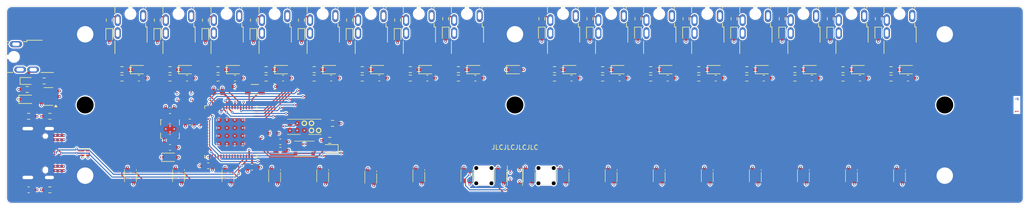
<source format=kicad_pcb>
(kicad_pcb (version 20240108) (generator "pcbnew") (generator_version "8.0")
  (title_block (date "2024-01-03") (rev "4"))
  (layers (0 "F.Cu" signal "Front") (1 "In1.Cu" power) (2 "In2.Cu" power) (31 "B.Cu" signal "Back") (35 "F.Paste" user) (37 "F.SilkS" user "F.Silkscreen") (38 "B.Mask" user) (39 "F.Mask" user) (44 "Edge.Cuts" user))
  (property "Order-Number" "JLCJLCJLCJLC")
  (net 0 "")
  (net 1 "GND")
  (net 2 "Net-(D101-K)")
  (net 3 "+3V3")
  (net 4 "/SWDIO")
  (net 5 "Net-(D102-OUT)")
  (net 9 "/MIDI Out/Ring")
  (net 10 "Net-(D201-A)")
  (net 11 "/USB-CC1")
  (net 12 "/MIDI Out/Tip")
  (net 14 "/LED-onboard")
  (net 16 "/ Expression Input 1/LED-Out")
  (net 17 "/USB-CC2")
  (net 18 "/Analog-1")
  (net 20 "/MIDI-Out")
  (net 22 "/Analog-9")
  (net 24 "/VDDCORE")
  (net 25 "/SWCLK")
  (net 28 "+5V")
  (net 29 "/XIN32")
  (net 30 "/USB+")
  (net 31 "/RESET")
  (net 32 "/XOUT32")
  (net 33 "/USB-")
  (net 35 "/Analog-10")
  (net 36 "/Analog-11")
  (net 37 "/Button-LED")
  (net 38 "/Analog-12")
  (net 39 "/Button")
  (net 40 "/Analog-13")
  (net 41 "/Analog-14")
  (net 42 "/LED-Data")
  (net 46 "/Analog-16")
  (net 47 "/Analog-15")
  (net 55 "/ Expression Input 2/LED-Out")
  (net 56 "Earth")
  (net 58 "/ Expression Input 3/LED-Out")
  (net 59 "/Analog-5")
  (net 60 "/ Expression Input 5 /LED-Out")
  (net 61 "/ Expression Input 6/LED-Out")
  (net 62 "/ Expression Input 7/LED-Out")
  (net 63 "/Analog-2")
  (net 65 "Net-(TVS201-A)")
  (net 70 "/Analog-3")
  (net 71 "/Analog-4")
  (net 74 "/Analog-6")
  (net 77 "/Analog-7")
  (net 78 "/Analog-8")
  (net 82 "Net-(D302-K)")
  (net 83 "Net-(D402-K)")
  (net 87 "Net-(D502-K)")
  (net 88 "Net-(D602-K)")
  (net 92 "Net-(D702-K)")
  (net 93 "Net-(D802-K)")
  (net 97 "Net-(D902-K)")
  (net 98 "Net-(D1002-K)")
  (net 102 "/ Expression Input 1/Ring")
  (net 103 "/ Expression Input 1/Tip")
  (net 105 "/ Expression Input 2/Ring")
  (net 106 "/ Expression Input 2/Tip")
  (net 107 "/ Expression Input 3/Ring")
  (net 108 "/ Expression Input 3/Tip")
  (net 109 "/ Expression Input 4/Ring")
  (net 110 "/ Expression Input 4/Tip")
  (net 111 "/ Expression Input 5 /Ring")
  (net 112 "/ Expression Input 5 /Tip")
  (net 113 "/ Expression Input 6/Ring")
  (net 114 "/ Expression Input 6/Tip")
  (net 115 "/ Expression Input 7/Ring")
  (net 116 "/ Expression Input 7/Tip")
  (net 117 "/ Expression Input 8/Ring")
  (net 118 "/ Expression Input 8/Tip")
  (net 119 "/LED-5")
  (net 120 "/LED-9")
  (net 121 "Net-(D1101-K)")
  (net 122 "/ Expression Input 10/LED-In")
  (net 123 "Net-(D1201-K)")
  (net 124 "/ Expression Input 10/LED-Out")
  (net 125 "Net-(D1301-K)")
  (net 126 "/ Expression Input 11/LED-Out")
  (net 127 "Net-(D1401-K)")
  (net 128 "/LED-13")
  (net 129 "Net-(D1501-K)")
  (net 130 "/ Expression Input 13/LED-Out")
  (net 131 "Net-(D1601-K)")
  (net 132 "/ Expression Input 14/LED-Out")
  (net 133 "Net-(D1701-K)")
  (net 134 "/ Expression Input 15/LED-Out")
  (net 135 "Net-(D1801-K)")
  (net 138 "/ Expression Input 9/Ring")
  (net 139 "/ Expression Input 9/Tip")
  (net 143 "/ Expression Input 10/Ring")
  (net 144 "/ Expression Input 10/Tip")
  (net 148 "/ Expression Input 11/Ring")
  (net 149 "/ Expression Input 11/Tip")
  (net 153 "/ Expression Input 12/Ring")
  (net 154 "/ Expression Input 12/Tip")
  (net 158 "/ Expression Input 13/Ring")
  (net 159 "/ Expression Input 13/Tip")
  (net 163 "/ Expression Input 14/Ring")
  (net 164 "/ Expression Input 14/Tip")
  (net 168 "/ Expression Input 15/Ring")
  (net 169 "/ Expression Input 15/Tip")
  (net 173 "/ Expression Input 16/Ring")
  (net 174 "/ Expression Input 16/Tip")
  (footprint "Capacitor_SMD:C_0603_1608Metric" (layer "F.Cu") (at 205 97.5)
    (property "Reference" "C1601" (hide yes))
    (property "Value" "0u022" (hide yes))
  )
  (footprint "Capacitor_SMD:C_0603_1608Metric" (layer "F.Cu") (at 188 97.5)
    (property "Reference" "C1401" (hide yes))
    (property "Value" "0u022" (hide yes))
  )
  (footprint "Capacitor_SMD:C_0603_1608Metric" (layer "F.Cu") (at 110 99)
    (property "Reference" "C112" (hide yes))
    (property "Value" "18p" (hide yes))
  )
  (footprint "Diode_SMD:D_0603_1608Metric" (layer "F.Cu") (at 103 96)
    (property "Reference" "TVS501" (hide yes))
    (property "Value" "CG0603MLC-3.3LE" (hide yes))
  )
  (footprint "V2_Button_Switch_SMD:SKSG" (layer "F.Cu") (at 152.5 114.75 -90)
    (property "Reference" "SW102" (hide yes))
    (property "Value" "SW_Push" (hide yes))
  )
  (footprint "V2_Connector_Audio:CUI_SJ2-25504B-SMT-TR" (layer "F.Cu") (at 127 90 -90)
    (property "Reference" "J801" (hide yes))
    (property "Value" "SJ2-25504B-SMT-TR" (hide yes))
  )
  (footprint "V2_LED:WS2812-2020" (layer "F.Cu") (at 135.5 114.75 90)
    (property "Reference" "D901" (hide yes))
    (property "Value" "WS2812" (hide yes))
  )
  (footprint "Diode_SMD:D_SOD-523" (layer "F.Cu") (at 89.25 90 -90)
    (property "Reference" "D402" (hide yes))
    (property "Value" "RB501SM" (hide yes))
  )
  (footprint "Resistor_SMD:R_0603_1608Metric" (layer "F.Cu") (at 157.25 87 -90)
    (property "Reference" "R1101" (hide yes))
    (property "Value" "1k" (hide yes))
  )
  (footprint "Resistor_SMD:R_0603_1608Metric" (layer "F.Cu") (at 70.25 104.25 180)
    (property "Reference" "R103" (hide yes))
    (property "Value" "5k1" (hide yes))
  )
  (footprint "Diode_SMD:D_0603_1608Metric" (layer "F.Cu") (at 137 96)
    (property "Reference" "TVS901" (hide yes))
    (property "Value" "CG0603MLC-3.3LE" (hide yes))
  )
  (footprint "Resistor_SMD:R_0603_1608Metric" (layer "F.Cu") (at 193.5 97.5 180)
    (property "Reference" "R1503" (hide yes))
    (property "Value" "1k" (hide yes))
  )
  (footprint "Resistor_SMD:R_0603_1608Metric" (layer "F.Cu") (at 131.75 87.25 -90)
    (property "Reference" "R901" (hide yes))
    (property "Value" "1k" (hide yes))
  )
  (footprint "Capacitor_SMD:C_0603_1608Metric" (layer "F.Cu") (at 111.5 97.5)
    (property "Reference" "C601" (hide yes))
    (property "Value" "0u022" (hide yes))
  )
  (footprint "Capacitor_SMD:C_0603_1608Metric" (layer "F.Cu") (at 222 97.5)
    (property "Reference" "C1801" (hide yes))
    (property "Value" "0u022" (hide yes))
  )
  (footprint "Capacitor_SMD:C_0603_1608Metric" (layer "F.Cu") (at 103 97.5)
    (property "Reference" "C501" (hide yes))
    (property "Value" "0u022" (hide yes))
  )
  (footprint "Capacitor_SMD:C_0603_1608Metric" (layer "F.Cu") (at 106 113.25 180)
    (property "Reference" "C117" (hide yes))
    (property "Value" "0u1" (hide yes))
  )
  (footprint "V2_LED:WS2812-2020" (layer "F.Cu") (at 144 114.75 90)
    (property "Reference" "D1001" (hide yes))
    (property "Value" "WS2812" (hide yes))
  )
  (footprint "Capacitor_SMD:C_0603_1608Metric" (layer "F.Cu") (at 120 97.5)
    (property "Reference" "C701" (hide yes))
    (property "Value" "0u022" (hide yes))
  )
  (footprint "Diode_SMD:D_SOD-523" (layer "F.Cu") (at 131.75 90 -90)
    (property "Reference" "D902" (hide yes))
    (property "Value" "RB501SM" (hide yes))
  )
  (footprint "V2_Connector_USB:JAE_DX07S016JA3" (layer "F.Cu") (at 67.5 110.75 -90)
    (property "Reference" "J102" (hide yes))
    (property "Value" "JAE_DX07S016JA3" (hide yes))
  )
  (footprint "Resistor_SMD:R_0603_1608Metric" (layer "F.Cu") (at 185 97.5 180)
    (property "Reference" "R1403" (hide yes))
    (property "Value" "1k" (hide yes))
  )
  (footprint "Resistor_SMD:R_0603_1608Metric" (layer "F.Cu") (at 202 97.5 180)
    (property "Reference" "R1603" (hide yes))
    (property "Value" "1k" (hide yes))
  )
  (footprint "V2_Package_DFN_QFN:QFN-64-1EP_9x9mm_P0.5mm_EP4.8x4.8mm_ThermalVias" (layer "F.Cu") (at 102.25 107 -90)
    (property "Reference" "U103" (hide yes))
    (property "Value" "ATSAMD51J" (hide yes))
  )
  (footprint "V2_Connector_Audio:CUI_SJ2-25504B-SMT-TR" (layer "F.Cu") (at 195 90 -90)
    (property "Reference" "J1501" (hide yes))
    (property "Value" "SJ2-25504B-SMT-TR" (hide yes))
  )
  (footprint "V2_Spacer_Wurth:9774030243" (layer "F.Cu") (at 76.5 89.75)
    (property "Reference" "SPACER102" (hide yes))
    (property "Value" "9774030243" (hide yes))
  )
  (footprint "Diode_SMD:D_SOD-523" (layer "F.Cu") (at 106.25 90 -90)
    (property "Reference" "D602" (hide yes))
    (property "Value" "RB501SM" (hide yes))
  )
  (footprint "V2_Fiducial:Fiducial_0.5mm_Mask1mm_Paste" (layer "F.Cu") (at 241.5 118.75)
    (property "Reference" "FID103" (hide yes))
    (property "Value" "Fiducial" (hide yes))
  )
  (footprint "Diode_SMD:D_0603_1608Metric" (layer "F.Cu") (at 196.5 96)
    (property "Reference" "TVS1501" (hide yes))
    (property "Value" "CG0603MLC-3.3LE" (hide yes))
  )
  (footprint "Resistor_SMD:R_0603_1608Metric" (layer "F.Cu") (at 140.25 87 -90)
    (property "Reference" "R1001" (hide yes))
    (property "Value" "1k" (hide yes))
  )
  (footprint "V2_Connector_Audio:CUI_SJ2-25504B-SMT-TR" (layer "F.Cu") (at 67.75 93.75)
    (property "Reference" "J201" (hide yes))
    (property "Value" "SJ2-25504B-SMT-TR" (hide yes))
  )
  (footprint "Diode_SMD:D_0603_1608Metric" (layer "F.Cu") (at 145.5 96)
    (property "Reference" "TVS1001" (hide yes))
    (property "Value" "CG0603MLC-3.3LE" (hide yes))
  )
  (footprint "V2_Connector_Audio:CUI_SJ2-25504B-SMT-TR" (layer "F.Cu") (at 144 90 -90)
    (property "Reference" "J1001" (hide yes))
    (property "Value" "SJ2-25504B-SMT-TR" (hide yes))
  )
  (footprint "Diode_SMD:D_SOD-523" (layer "F.Cu") (at 66.25 98)
    (property "Reference" "D201" (hide yes))
    (property "Value" "RB501SM" (hide yes))
  )
  (footprint "V2_LED:WS2812-2020" (layer "F.Cu") (at 150 114.75 90)
    (property "Reference" "D102" (hide yes))
    (property "Value" "WS2812" (hide yes))
  )
  (footprint "Resistor_SMD:R_0603_1608Metric" (layer "F.Cu") (at 199.75 87 -90)
    (property "Reference" "R1601" (hide yes))
    (property "Value" "1k" (hide yes))
  )
  (footprint "V2_LED:WS2812-2020" (layer "F.Cu") (at 178 114.75 90)
    (property "Reference" "D1302" (hide yes))
    (property "Value" "WS2812" (hide yes))
  )
  (footprint "V2_Fiducial:Fiducial_0.5mm_Mask1mm_Paste" (layer "F.Cu") (at 63.5 118.75)
    (property "Reference" "FID101" (hide yes))
    (property "Value" "Fiducial" (hide yes))
  )
  (footprint "Diode_SMD:D_0603_1608Metric" (layer "F.Cu") (at 94.5 96)
    (property "Reference" "TVS401" (hide yes))
    (property "Value" "CG0603MLC-3.3LE" (hide yes))
  )
  (footprint "Resistor_SMD:R_0603_1608Metric" (layer "F.Cu") (at 216.75 87 -90)
    (property "Reference" "R1801" (hide yes))
    (property "Value" "1k" (hide yes))
  )
  (footprint "Capacitor_SMD:C_0603_1608Metric" (layer "F.Cu") (at 196.5 97.5)
    (property "Reference" "C1501" (hide yes))
    (property "Value" "0u022" (hide yes))
  )
  (footprint "Diode_SMD:D_0603_1608Metric" (layer "F.Cu") (at 222 96)
    (property "Reference" "TVS1801" (hide yes))
    (property "Value" "CG0603MLC-3.3LE" (hide yes))
  )
  (footprint "V2_Cortex_Debug:Cortex_Debug_Pad" (layer "F.Cu") (at 115.25 106.75 180)
    (property "Reference" "J101" (hide yes))
    (property "Value" "Cortex_Debug" (hide yes))
  )
  (footprint "V2_LED:WS2812-2020" (layer "F.Cu") (at 212 114.75 90)
    (property "Reference" "D1702" (hide yes))
    (property "Value" "WS2812" (hide yes))
  )
  (footprint "Diode_SMD:D_0603_1608Metric" (layer "F.Cu") (at 179.5 96)
    (property "Reference" "TVS1301" (hide yes))
    (property "Value" "CG0603MLC-3.3LE" (hide yes))
  )
  (footprint "V2_Connector_Audio:CUI_SJ2-25504B-SMT-TR" (layer "F.Cu") (at 161 90 -90)
    (property "Reference" "J1101" (hide yes))
    (property "Value" "SJ2-25504B-SMT-TR" (hide yes))
  )
  (footprint "Resistor_SMD:R_0603_1608Metric" (layer "F.Cu") (at 83 97.5 180)
    (property "Reference" "R302" (hide yes))
    (property "Value" "1k" (hide yes))
  )
  (footprint "V2_Mechanical:MountingHole_3mm" (layer "F.Cu") (at 228.5 102.25)
    (property "Reference" "H102" (hide yes))
    (property "Value" "MountingHole_3mm" (hide yes))
  )
  (footprint "Resistor_SMD:R_0603_1608Metric" (layer "F.Cu") (at 106.25 87.25 -90)
    (property "Reference" "R601" (hide yes))
    (property "Value" "1k" (hide yes))
  )
  (footprint "V2_Connector_Audio:CUI_SJ2-25504B-SMT-TR" (layer "F.Cu") (at 212 90 -90)
    (property "Reference" "J1701" (hide yes))
    (property "Value" "SJ2-25504B-SMT-TR" (hide yes))
  )
  (footprint "Capacitor_SMD:C_0603_1608Metric" (layer "F.Cu") (at 95 105.25 180)
    (property "Reference" "C118" (hide yes))
    (property "Value" "0u1" (hide yes))
  )
  (footprint "Resistor_SMD:R_0603_1608Metric" (layer "F.Cu") (at 69.25 98)
    (property "Reference" "R201" (hide yes))
    (property "Value" "220R" (hide yes))
  )
  (footprint "Resistor_SMD:R_0603_1608Metric" (layer "F.Cu") (at 210.5 96)
    (property "Reference" "R1702" (hide yes))
    (property "Value" "100k" (hide yes))
  )
  (footprint "Resistor_SMD:R_0603_1608Metric" (layer "F.Cu") (at 191.25 87 -90)
    (property "Reference" "R1501" (hide yes))
    (property "Value" "1k" (hide yes))
  )
  (footprint "V2_Production:Order_Number" (layer "F.Cu") (at 152.5 109.75)
    (property "Reference" "INFO101" (hide yes))
    (property "Value" "ORDER-NUMBER" (hide yes))
  )
  (footprint "Resistor_SMD:R_0603_1608Metric" (layer "F.Cu") (at 202 96)
    (property "Reference" "R1602" (hide yes))
    (property "Value" "100k" (hide yes))
  )
  (footprint "Resistor_SMD:R_0603_1608Metric" (layer "F.Cu") (at 83 96)
    (property "Reference" "R303" (hide yes))
    (property "Value" "100k" (hide yes))
  )
  (footprint "Diode_SMD:D_SOD-523" (layer "F.Cu") (at 182.75 89.75 -90)
    (property "Reference" "D1401" (hide yes))
    (property "Value" "RB501SM" (hide yes))
  )
  (footprint "Diode_SMD:D_0603_1608Metric" (layer "F.Cu") (at 120 96)
    (property "Reference" "TVS701" (hide yes))
    (property "Value" "CG0603MLC-3.3LE" (hide yes))
  )
  (footprint "V2_Artwork:Logo_Small" (layer "F.Cu") (at 236.75 89.75)
    (property "Reference" "ICON101" (hide yes))
    (property "Value" "V2-logo" (hide yes))
  )
  (footprint "Diode_SMD:D_SOD-523" (layer "F.Cu") (at 174.25 89.75 -90)
    (property "Reference" "D1301" (hide yes))
    (property "Value" "RB501SM" (hide yes))
  )
  (footprint "Resistor_SMD:R_0603_1608Metric" (layer "F.Cu") (at 142.5 97.5 180)
    (property "Reference" "R1002" (hide yes))
    (property "Value" "1k" (hide yes))
  )
  (footprint "Resistor_SMD:R_0603_1608Metric" (layer "F.Cu") (at 210.5 97.5 180)
    (property "Reference" "R1703" (hide yes))
    (property "Value" "1k" (hide yes))
  )
  (footprint "V2_LED:WS2812-2020" (layer "F.Cu") (at 118.5 114.75 90)
    (property "Reference" "D701" (hide yes))
    (property "Value" "WS2812" (hide yes))
  )
  (footprint "Resistor_SMD:R_0603_1608Metric" (layer "F.Cu") (at 159.5 97.5 180)
    (property "Reference" "R1103" (hide yes))
    (property "Value" "1k" (hide yes))
  )
  (footprint "V2_Button_Switch_SMD:SKSG" (layer "F.Cu") (at 115.25 110)
    (property "Reference" "SW101" (hide yes))
    (property "Value" "SW_Push" (hide yes))
  )
  (footprint "Resistor_SMD:R_0603_1608Metric" (layer "F.Cu") (at 108.5 97.5 180)
    (property "Reference" "R602" (hide yes))
    (property "Value" "1k" (hide yes))
  )
  (footprint "Capacitor_SMD:C_0603_1608Metric" (layer "F.Cu") (at 213.5 97.5)
    (property "Reference" "C1701" (hide yes))
    (property "Value" "0u022" (hide yes))
  )
  (footprint "Capacitor_SMD:C_0603_1608Metric" (layer "F.Cu") (at 103 99 180)
    (property "Reference" "C113" (hide yes))
    (property "Value" "18p" (hide yes))
  )
  (footprint "Diode_SMD:D_0603_1608Metric" (layer "F.Cu") (at 213.5 96)
    (property "Reference" "TVS1701" (hide yes))
    (property "Value" "CG0603MLC-3.3LE" (hide yes))
  )
  (footprint "Capacitor_SMD:C_0603_1608Metric" (layer "F.Cu") (at 128.5 97.5)
    (property "Reference" "C801" (hide yes))
    (property "Value" "0u022" (hide yes))
  )
  (footprint "V2_Connector_Audio:CUI_SJ2-25504B-SMT-TR" (layer "F.Cu") (at 101.5 90 -90)
    (property "Reference" "J501" (hide yes))
    (property "Value" "SJ2-25504B-SMT-TR" (hide yes))
  )
  (footprint "V2_LED:WS2812-2020" (layer "F.Cu") (at 101.75 114.75 90)
    (property "Reference" "D501" (hide yes))
    (property "Value" "WS2812" (hide yes))
  )
  (footprint "Resistor_SMD:R_0603_1608Metric" (layer "F.Cu") (at 165.75 87 -90)
    (property "Reference" "R1201" (hide yes))
    (property "Value" "1k" (hide yes))
  )
  (footprint "Diode_SMD:D_SOD-523" (layer "F.Cu") (at 191.25 89.75 -90)
    (property "Reference" "D1501" (hide yes))
    (property "Value" "RB501SM" (hide yes))
  )
  (footprint "Capacitor_SMD:C_0603_1608Metric" (layer "F.Cu") (at 111 108.75)
    (property "Reference" "C115" (hide yes))
    (property "Value" "0u1" (hide yes))
  )
  (footprint "Resistor_SMD:R_0603_1608Metric" (layer "F.Cu") (at 108.5 96)
    (property "Reference" "R603" (hide yes))
    (property "Value" "100k" (hide yes))
  )
  (footprint "Capacitor_SMD:C_0603_1608Metric" (layer "F.Cu") (at 66.5 117.25)
    (property "Reference" "C101" (hide yes))
    (property "Value" "0u1" (hide yes))
  )
  (footprint "Diode_SMD:D_0603_1608Metric" (layer "F.Cu") (at 128.5 96)
    (property "Reference" "TVS801" (hide yes))
    (property "Value" "CG0603MLC-3.3LE" (hide yes))
  )
  (footprint "Resistor_SMD:R_0603_1608Metric" (layer "F.Cu") (at 123.25 87.25 -90)
    (property "Reference" "R801" (hide yes))
    (property "Value" "1k" (hide yes))
  )
  (footprint "V2_Crystal:Crystal_SMD_3215-2Pin_3.2x1.5mm" (layer "F.Cu") (at 106.5 99.5)
    (property "Reference" "Y102" (hide yes))
    (property "Value" "32k768" (hide yes))
  )
  (footprint "Resistor_SMD:R_0603_1608Metric" (layer "F.Cu") (at 219 97.5 180)
    (property "Reference" "R1803" (hide yes))
    (property "Value" "1k" (hide yes))
  )
  (footprint "Resistor_SMD:R_0603_1608Metric" (layer "F.Cu") (at 176.5 96)
    (property "Reference" "R1302" (hide yes))
    (property "Value" "100k" (hide yes))
  )
  (footprint "V2_LED:WS2812-2020" (layer "F.Cu") (at 186.5 114.75 90)
    (property "Reference" "D1402" (hide yes))
    (property "Value" "WS2812" (hide yes))
  )
  (footprint "Capacitor_SMD:C_0603_1608Metric" (layer "F.Cu") (at 111 110.25)
    (property "Reference" "C114" (hide yes))
    (property "Value" "10u" (hide yes))
  )
  (footprint "Resistor_SMD:R_0603_1608Metric" (layer "F.Cu") (at 159.5 96)
    (property "Reference" "R1102" (hide yes))
    (property "Value" "100k" (hide yes))
  )
  (footprint "Resistor_SMD:R_0603_1608Metric" (layer "F.Cu") (at 70.25 117.25 180)
    (property "Reference" "R104" (hide yes))
    (property "Value" "5k1" (hide yes))
  )
  (footprint "Diode_SMD:D_SOD-523" (layer "F.Cu") (at 97.75 90 -90)
    (property "Reference" "D502" (hide yes))
    (property "Value" "RB501SM" (hide yes))
  )
  (footprint "V2_Connector_Audio:CUI_SJ2-25504B-SMT-TR" (layer "F.Cu") (at 203.5 90 -90)
    (property "Reference" "J1601" (hide yes))
    (property "Value" "SJ2-25504B-SMT-TR" (hide yes))
  )
  (footprint "V2_Spacer_Wurth:9774030243" (layer "F.Cu") (at 76.5 114.75)
    (property "Reference" "SPACER103" (hide yes))
    (property "Value" "9774030243" (hide yes))
  )
  (footprint "Resistor_SMD:R_0603_1608Metric" (layer "F.Cu") (at 89.25 87.25 -90)
    (property "Reference" "R401" (hide yes))
    (property "Value" "1k" (hide yes))
  )
  (footprint "Capacitor_SMD:C_0603_1608Metric" (layer "F.Cu") (at 91.5 103.25 180)
    (property "Reference" "C121" (hide yes))
    (property "Value" "10u" (hide yes))
  )
  (footprint "Diode_SMD:D_0603_1608Metric" (layer "F.Cu") (at 111.5 96)
    (property "Reference" "TVS601" (hide yes))
    (property "Value" "CG0603MLC-3.3LE" (hide yes))
  )
  (footprint "Resistor_SMD:R_0603_1608Metric" (layer "F.Cu") (at 134 97.5 180)
    (property "Reference" "R902" (hide yes))
    (property "Value" "1k" (hide yes))
  )
  (footprint "Resistor_SMD:R_0603_1608Metric" (layer "F.Cu") (at 168 96)
    (property "Reference" "R1202" (hide yes))
    (property "Value" "100k" (hide yes))
  )
  (footprint "V2_Connector_Audio:CUI_SJ2-25504B-SMT-TR" (layer "F.Cu") (at 220.5 90 -90)
    (property "Reference" "J1801" (hide yes))
    (property "Value" "SJ2-25504B-SMT-TR" (hide yes))
  )
  (footprint "V2_Connector_Audio:CUI_SJ2-25504B-SMT-TR" (layer "F.Cu") (at 178 90 -90)
    (property "Reference" "J1301" (hide yes))
    (property "Value" "SJ2-25504B-SMT-TR" (hide yes))
  )
  (footprint "V2_Connector_Audio:CUI_SJ2-25504B-SMT-TR" (layer "F.Cu") (at 186.5 90 -90)
    (property "Reference" "J1401" (hide yes))
    (property "Value" "SJ2-25504B-SMT-TR" (hide yes))
  )
  (footprint "Diode_SMD:D_SOD-523" (layer "F.Cu") (at 216.75 89.75 -90)
    (property "Reference" "D1801" (hide yes))
    (property "Value" "RB501SM" (hide yes))
  )
  (footprint "V2_Connector_Audio:CUI_SJ2-25504B-SMT-TR" (layer "F.Cu") (at 84.5 90 -90)
    (property "Reference" "J301" (hide yes))
    (property "Value" "SJ2-25504B-SMT-TR" (hide yes))
  )
  (footprint "V2_LED:WS2812-2020" (layer "F.Cu") (at 195 114.75 90)
    (property "Reference" "D1502" (hide yes))
    (property "Value" "WS2812" (hide yes))
  )
  (footprint "Diode_SMD:D_SOD-523" (layer "F.Cu") (at 199.75 89.75 -90)
    (property "Reference" "D1601" (hide yes))
    (property "Value" "RB501SM" (hide yes))
  )
  (footprint "Package_TO_SOT_SMD:SOT-23-5" (layer "F.Cu") (at 70 100.75 180)
    (property "Reference" "U201" (hide yes))
    (property "Value" "74AHC1G125" (hide yes))
  )
  (footprint "V2_Spacer_Wurth:9774030243" (layer "F.Cu") (at 228.5 114.75)
    (property "Reference" "SPACER104" (hide yes))
    (property "Value" "9774030243" (hide yes))
  )
  (footprint "V2_LED:WS2812-2020" (layer "F.Cu") (at 93 114.75 90)
    (property "Reference" "D401" (hide yes))
    (property "Value" "WS2812" (hide yes))
  )
  (footprint "V2_LED:WS2812-2020" (layer "F.Cu") (at 110 114.75 90)
    (property "Reference" "D601" (hide yes))
    (property "Value" "WS2812" (hide yes))
  )
  (footprint "V2_Mechanical:MountingHole_3mm" (layer "F.Cu") (at 76.5 102.25)
    (property "Reference" "H101" (hide yes))
    (property "Value" "MountingHole_3mm" (hide yes))
  )
  (footprint "V2_LED:WS2812-2020" (layer "F.Cu") (at 161 114.75 90)
    (property "Reference" "D1102" (hide yes))
    (property "Value" "WS2812" (hide yes))
  )
  (footprint "Resistor_SMD:R_0603_1608Metric" (layer "F.Cu") (at 91.5 97.5 180)
    (property "Reference" "R402" (hide yes))
    (property "Value" "1k" (hide yes))
  )
  (footprint "V2_Connector_Audio:CUI_SJ2-25504B-SMT-TR" (layer "F.Cu") (at 118.5 90 -90)
    (property "Reference" "J701" (hide yes))
    (property "Value" "SJ2-25504B-SMT-TR" (hide yes))
  )
  (footprint "Resistor_SMD:R_0603_1608Metric" (layer "F.Cu") (at 80.75 87.25 -90)
    (property "Reference" "R301" (hide yes))
    (property "Value" "1k" (hide yes))
  )
  (footprint "Resistor_SMD:R_0603_1608Metric" (layer "F.Cu") (at 100 96)
    (property "Reference" "R503" (hide yes))
    (property "Value" "100k" (hide yes))
  )
  (footprint "Resistor_SMD:R_0603_1608Metric" (layer "F.Cu") (at 117 96)
    (property "Reference" "R703" (hide yes))
    (property "Value" "100k" (hide yes))
  )
  (footprint "Diode_SMD:D_0603_1608Metric" (layer "F.Cu") (at 171 96)
    (property "Reference" "TVS1201" (hide yes))
    (property "Value" "CG0603MLC-3.3LE" (hide yes))
  )
  (footprint "Resistor_SMD:R_0603_1608Metric" (layer "F.Cu") (at 134 96)
    (property "Reference" "R903" (hide yes))
    (property "Value" "100k" (hide yes))
  )
  (footprint "Resistor_SMD:R_0603_1608Metric" (layer "F.Cu") (at 117 97.5 180)
    (property "Reference" "R702" (hide yes))
    (property "Value" "1k" (hide yes))
  )
  (footprint "Resistor_SMD:R_0603_1608Metric" (layer "F.Cu") (at 176.5 97.5 180)
    (property "Reference" "R1303" (hide yes))
    (property "Value" "1k" (hide yes))
  )
  (footprint "V2_Spacer_Wurth:9774030243" (layer "F.Cu") (at 228.5 89.75 90)
    (property "Reference" "SPACER101" (hide yes))
    (property "Value" "9774030243" (hide yes))
  )
  (footprint "V2_LED:WS2812-2020" (layer "F.Cu") (at 84.5 114.75 90)
    (property "Reference" "D301" (hide yes))
    (property "Value" "WS2812" (hide yes))
  )
  (footprint "Capacitor_SMD:C_0603_1608Metric" (layer "F.Cu") (at 171 97.5)
    (property "Reference" "C1201" (hide yes))
    (property "Value" "0u022" (hide yes))
  )
  (footprint "Resistor_SMD:R_0603_1608Metric" (layer "F.Cu") (at 185 96)
    (property "Reference" "R1402" (hide yes))
    (property "Value" "100k" (hide yes))
  )
  (footprint "V2_Package_SON:VSON-8-1_3x3mm_P0.65_EP1.65x2.4mm" (layer "F.Cu") (at 91.5 106.5 -90)
    (property "Reference" "U101" (hide yes))
    (property "Value" "TPS78433QWDRBRQ1 " (hide yes))
  )
  (footprint "V2_Connector_Audio:CUI_SJ2-25504B-SMT-TR" (layer "F.Cu") (at 93 90 -90)
    (property "Reference" "J401" (hide yes))
    (property "Value" "SJ2-25504B-SMT-TR" (hide yes))
  )
  (footprint "Resistor_SMD:R_0603_1608Metric" (layer "F.Cu") (at 97.75 87.25 -90)
    (property "Reference" "R501" (hide yes))
    (property "Value" "1k" (hide yes))
  )
  (footprint "Diode_SMD:D_0603_1608Metric" (layer "F.Cu") (at 86 96)
    (property "Reference" "TVS301" (hide yes))
    (property "Value" "CG0603MLC-3.3LE" (hide yes))
  )
  (footprint "Capacitor_SMD:C_0603_1608Metric" (layer "F.Cu") (at 162.5 97.5)
    (property "Reference" "C1101" (hide yes))
    (property "Value" "0u022" (hide yes))
  )
  (footprint "Diode_SMD:D_SOD-523" (layer "F.Cu") (at 157.25 89.75 -90)
    (property "Reference" "D1101" (hide yes))
    (property "Value" "RB501SM" (hide yes))
  )
  (footprint "V2_Connector_Audio:CUI_SJ2-25504B-SMT-TR" (layer "F.Cu") (at 110 90 -90)
    (property "Reference" "J601" (hide yes))
    (property "Value" "SJ2-25504B-SMT-TR" (hide yes))
  )
  (footprint "Diode_SMD:D_SOD-523" (layer "F.Cu") (at 208.25 89.75 -90)
    (property "Reference" "D1701" (hide yes))
    (property "Value" "RB501SM" (hide yes))
  )
  (footprint "V2_Production:Layer_Numbers" (layer "F.Cu") (at 241.25 102.25 90)
    (property "Reference" "INFO102" (hide yes))
    (property "Value" "Layer_Numbers" (hide yes))
  )
  (footprint "V2_LED:WS2812-2020" (layer "F.Cu") (at 127 115 90)
    (property "Reference" "D801" (hide yes))
    (property "Value" "WS2812" (hide yes))
  )
  (footprint "Resistor_SMD:R_0603_1608Metric" (layer "F.Cu") (at 219 96)
    (property "Reference" "R1802" (hide yes))
    (property "Value" "100k" (hide yes))
  )
  (footprint "Diode_SMD:D_SOD-523" (layer "F.Cu") (at 140.25 89.75 -90)
    (property "Reference" "D1002" (hide yes))
    (property "Value" "RB501SM" (hide yes))
  )
  (footprint "Capacitor_SMD:C_0603_1608Metric" (layer "F.Cu") (at 137 97.5)
    (property "Reference" "C901" (hide yes))
    (property "Value" "0u022" (hide yes))
  )
  (footprint "Resistor_SMD:R_0603_1608Metric" (layer "F.Cu") (at 168 97.5 180)
    (property "Reference" "R1203" (hide yes))
    (property "Value" "1k" (hide yes))
  )
  (footprint "V2_Connector_Audio:CUI_SJ2-25504B-SMT-TR" (layer "F.Cu") (at 169.5 90 -90)
    (property "Reference" "J1201" (hide yes))
    (property "Value" "SJ2-25504B-SMT-TR" (hide yes))
  )
  (footprint "V2_LED:WS2812-2020" (layer "F.Cu") (at 155 114.75 90)
    (property "Reference" "D103" (hide yes))
    (property "Value" "WS2812" (hide yes))
  )
  (footprint "Resistor_SMD:R_0603_1608Metric" (layer "F.Cu") (at 208.25 87 -90)
    (property "Reference" "R1701" (hide yes))
    (property "Value" "1k" (hide yes))
  )
  (footprint "Resistor_SMD:R_0603_1608Metric" (layer "F.Cu") (at 119.75 108.5 180)
    (property "Reference" "R102" (hide yes))
    (property "Value" "330R" (hide yes))
  )
  (footprint "Resistor_SMD:R_0603_1608Metric" (layer "F.Cu") (at 193.5 96)
    (property "Reference" "R1502" (hide yes))
    (property "Value" "100k" (hide yes))
  )
  (footprint "V2_Connector_Audio:CUI_SJ2-25504B-SMT-TR" (layer "F.Cu") (at 135.5 90 -90)
    (property "Reference" "J901" (hide yes))
    (property "Value" "SJ2-25504B-SMT-TR" (hide yes))
  )
  (footprint "V2_LED:WS2812-2020" (layer "F.Cu") (at 220.5 114.75 90)
    (property "Reference" "D1802" (hide yes))
    (property "Value" "WS2812" (hide yes))
  )
  (footprint "Resistor_SMD:R_0603_1608Metric" (layer "F.Cu") (at 66.25 99.5 180)
    (property "Reference" "R202" (hide yes))
    (property "Value" "220R" (hide yes))
  )
  (footprint "Diode_SMD:D_0603_1608Metric" (layer "F.Cu") (at 162.5 96)
    (property "Reference" "TVS1101" (hide yes))
    (property "Value" "CG0603MLC-3.3LE" (hide yes))
  )
  (footprint "Resistor_SMD:R_0603_1608Metric" (layer "F.Cu") (at 114.75 87.25 -90)
    (property "Reference" "R701" (hide yes))
    (property "Value" "1k" (hide yes))
  )
  (footprint "Capacitor_SMD:C_0603_1608Metric" (layer "F.Cu") (at 145.5 97.5)
    (property "Reference" "C1001" (hide yes))
    (property "Value" "0u022" (hide yes))
  )
  (footprint "Capacitor_SMD:C_0603_1608Metric" (layer "F.Cu") (at 179.5 97.5)
    (property "Reference" "C1301" (hide yes))
    (property "Value" "0u022" (hide yes))
  )
  (footprint "Resistor_SMD:R_0603_1608Metric" (layer "F.Cu") (at 174.25 87 -90)
    (property "Reference" "R1301" (hide yes))
    (property "Value" "1k" (hide yes))
  )
  (footprint "Capacitor_SMD:C_0603_1608Metric" (layer "F.Cu") (at 94.5 97.5)
    (property "Reference" "C401" (hide yes))
    (property "Value" "0u022" (hide yes))
  )
  (footprint "Resistor_SMD:R_0603_1608Metric" (layer "F.Cu") (at 142.5 96)
    (property "Reference" "R1003" (hide yes))
    (property "Value" "100k" (hide yes))
  )
  (footprint "Resistor_SMD:R_0603_1608Metric" (layer "F.Cu") (at 100 97.5 180)
    (property "Reference" "R502" (hide yes))
    (property "Value" "1k" (hide yes))
  )
  (footprint "Diode_SMD:D_SOD-523" (layer "F.Cu") (at 80.75 90 -90)
    (property "Reference" "D302" (hide yes))
    (property "Value" "RB501SM" (hide yes))
  )
  (footprint "LED_SMD:LED_0603_1608Metric" (layer "F.Cu") (at 119.75 110 180)
    (property "Reference" "D101" (hide yes))
    (property "Value" "Orange" (hide yes))
  )
  (footprint "V2_PCB_Devices:PCB_Button-bottom" (layer "F.Cu") (at 152.5 114.75 90)
    (property "Reference" "SWB101" (hide yes))
    (property "Value" "Button-bottom" (hide yes))
    (fp_line (start 1.6 -7.1) (end -1.6 -7.1) (stroke (width 0.05)) (layer "Edge.Cuts"))
    (fp_line (start -1.6 -7.1) (end -1.6 -3.9) (stroke (width 0.05)) (layer "Edge.Cuts"))
    (fp_line (start 1.6 -3.9) (end 1.6 -7.1) (stroke (width 0.05)) (layer "Edge.Cuts"))
    (fp_line (start -1.6 -3.9) (end 1.6 -3.9) (stroke (width 0.05)) (layer "Edge.Cuts"))
    (fp_line (start 1.6 3.9) (end -1.6 3.9) (stroke (width 0.05)) (layer "Edge.Cuts"))
    (fp_line (start -1.6 3.9) (end -1.6 7.1) (stroke (width 0.05)) (layer "Edge.Cuts"))
    (fp_line (start 1.6 7.1) (end 1.6 3.9) (stroke (width 0.05)) (layer "Edge.Cuts"))
    (fp_line (start -1.6 7.1) (end 1.6 7.1) (stroke (width 0.05)) (layer "Edge.Cuts"))
  )
  (footprint "Diode_SMD:D_SOD-523" (layer "F.Cu") (at 114.75 90 -90)
    (property "Reference" "D702" (hide yes))
    (property "Value" "RB501SM" (hide yes))
  )
  (footprint "Diode_SMD:D_0603_1608Metric" (layer "F.Cu") (at 66.25 101.25)
    (property "Reference" "TVS201" (hide yes))
    (property "Value" "CG0603MLC-05LE" (hide yes))
  )
  (footprint "V2_LED:WS2812-2020" (layer "F.Cu") (at 169.5 114.75 90)
    (property "Reference" "D1202" (hide yes))
    (property "Value" "WS2812" (hide yes))
  )
  (footprint "Capacitor_SMD:C_0603_1608Metric" (layer "F.Cu") (at 98.25 113 180)
    (property "Reference" "C116" (hide yes))
    (property "Value" "0u1" (hide yes))
  )
  (footprint "Capacitor_SMD:C_0603_1608Metric" (layer "F.Cu") (at 100 100 180)
    (property "Reference" "C120" (hide yes))
    (property "Value" "0u1" (hide yes))
  )
  (footprint "Capacitor_SMD:C_0603_1608Metric" (layer "F.Cu") (at 91.5 109.75 180)
    (property "Reference" "C110" (hide yes))
    (property "Value" "10u" (hide yes))
  )
  (footprint "V2_ESD_Suppressor:SLP1210N6" (layer "F.Cu") (at 76.5 110.75 180)
    (property "Reference" "ESD101" (hide yes))
    (property "Value" "RCLAMP0582N" (hide yes))
  )
  (footprint "Diode_SMD:D_0603_1608Metric" (layer "F.Cu") (at 205 96)
    (property "Reference" "TVS1601" (hide yes))
    (property "Value" "CG0603MLC-3.3LE" (hide yes))
  )
  (footprint "V2_Artwork:Board_express_Small" (layer "F.Cu") (at 236.75 114.75)
    (property "Reference" "ICON102" (hide yes))
    (property "Value" "Board_express" (hide yes))
  )
  (footprint "V2_Mechanical:MountingHole_3mm" (layer "F.Cu") (at 152.5 102.25)
    (property "Reference" "H103" (hide yes))
    (property "Value" "MountingHole_3mm" (hide yes))
  )
  (footprint "Diode_SMD:D_0603_1608Metric" (layer "F.Cu") (at 188 96)
    (property "Reference" "TVS1401" (hide yes))
    (property "Value" "CG0603MLC-3.3LE" (hide yes))
  )
  (footprint "Capacitor_SMD:C_0603_1608Metric" (layer "F.Cu") (at 109.25 107.25)
    (property "Reference" "C119" (hide yes))
    (property "Value" "0u1" (hide yes))
  )
  (footprint "Resistor_SMD:R_0603_1608Metric" (layer "F.Cu") (at 66.5 104.25)
    (property "Reference" "R101" (hide yes))
    (property "Value" "1M" (hide yes))
  )
  (footprint "Resistor_SMD:R_0603_1608Metric" (layer "F.Cu") (at 182.75 87 -90)
    (property "Reference" "R1401" (hide yes))
    (property "Value" "1k" (hide yes))
  )
  (footprint "Resistor_SMD:R_0603_1608Metric" (layer "F.Cu") (at 125.5 96)
    (property "Reference" "R803" (hide yes))
    (property "Value" "100k" (hide yes))
  )
  (footprint "V2_Fiducial:Fiducial_0.5mm_Mask1mm_Paste" (layer "F.Cu") (at 63.5 85.75)
    (property "Reference" "FID102" (hide yes))
    (property "Value" "Fiducial" (hide yes))
  )
  (footprint "Diode_SMD:D_0603_1608Metric" (layer "F.Cu") (at 91.5 111.5)
    (property "Reference" "TVS102" (hide yes))
    (property "Value" "CG0603MLC-05LE" (hide yes))
  )
  (footprint "V2_Spacer_Wurth:9774030243" (layer "F.Cu") (at 152.5 89.75)
    (property "Reference" "SPACER105" (hide yes))
    (property "Value" "9774030243" (hide yes))
  )
  (footprint "V2_LED:WS2812-2020" (layer "F.Cu") (at 203.5 114.75 90)
    (property "Reference" "D1602" (hide yes))
    (property "Value" "WS2812" (hide yes))
  )
  (footprint "Diode_SMD:D_SOD-523" (layer "F.Cu") (at 165.75 89.75 -90)
    (property "Reference" "D1201" (hide yes))
    (property "Value" "RB501SM" (hide yes))
  )
  (footprint "Capacitor_SMD:C_0603_1608Metric" (layer "F.Cu") (at 86 97.5)
    (property "Reference" "C301" (hide yes))
    (property "Value" "0u022" (hide yes))
  )
  (footprint "Resistor_SMD:R_0603_1608Metric" (layer "F.Cu") (at 120.25 105.5 180)
    (property "Reference" "R105" (hide yes))
    (property "Value" "100k" (hide yes))
  )
  (footprint "Resistor_SMD:R_0603_1608Metric" (layer "F.Cu") (at 91.5 96)
    (property "Reference" "R403" (hide yes))
    (property "Value" "100k" (hide yes))
  )
  (footprint "Diode_SMD:D_SOD-523" (layer "F.Cu") (at 123.25 90 -90)
    (property "Reference" "D802" (hide yes))
    (property "Value" "RB501SM" (hide yes))
  )
  (footprint "Resistor_SMD:R_0603_1608Metric" (layer "F.Cu") (at 125.5 97.5 180)
    (property "Reference" "R802" (hide yes))
    (property "Value" "1k" (hide yes))
  )
  (footprint "Diode_SMD:D_0603_1608Metric" (layer "F.Cu") (at 152.5 96)
    (property "Reference" "TVS101" (hide yes))
    (property "Value" "CG0603MLC-3.3LE" (hide yes))
  )
  (gr_line (start 62.5 85.75) (end 62.5 118.75) (stroke (width 0.05)) (layer "Edge.Cuts"))
  (gr_line (start 63.5 84.75) (end 241.5 84.75) (stroke (width 0.05)) (layer "Edge.Cuts"))
  (gr_line (start 242.5 85.75) (end 242.5 118.75) (stroke (width 0.05)) (layer "Edge.Cuts"))
  (gr_arc (start 63.5 119.75) (mid 62.792893 119.457107) (end 62.5 118.75) (stroke (width 0.05)) (layer "Edge.Cuts"))
  (gr_arc (start 242.5 118.75) (mid 242.207107 119.457107) (end 241.5 119.75) (stroke (width 0.05)) (layer "Edge.Cuts"))
  (gr_arc (start 62.5 85.75) (mid 62.792893 85.042893) (end 63.5 84.75) (stroke (width 0.05)) (layer "Edge.Cuts"))
  (gr_arc (start 241.5 84.75) (mid 242.207107 85.042893) (end 242.5 85.75) (stroke (width 0.05)) (layer "Edge.Cuts"))
  (gr_line (start 63.5 119.75) (end 241.5 119.75) (stroke (width 0.05)) (layer "Edge.Cuts"))
  (segment (start 171.775 97.5) (end 172.5 97.5) (width 0.5) (layer "F.Cu") (net 1))
  (segment (start 67.345 104.25) (end 67.33 104.265) (width 0.5) (layer "F.Cu") (net 1))
  (segment (start 188.775 97.5) (end 189.5 97.5) (width 0.5) (layer "F.Cu") (net 1))
  (segment (start 68.75 117.25) (end 69.425 117.25) (width 0.5) (layer "F.Cu") (net 1))
  (segment (start 96.75 106) (end 97 105.75) (width 0.3) (layer "F.Cu") (net 1))
  (segment (start 149.5 113.785) (end 149.45 113.835) (width 0.5) (layer "F.Cu") (net 1))
  (segment (start 90 111.5) (end 90.7125 111.5) (width 0.5) (layer "F.Cu") (net 1))
  (segment (start 153.2955 96) (end 153.2915 95.996) (width 0.5) (layer "F.Cu") (net 1))
  (segment (start 194.5 113.785) (end 194.45 113.835) (width 0.5) (layer "F.Cu") (net 1))
  (segment (start 110.1245 99) (end 110.775 99) (width 0.5) (layer "F.Cu") (net 1))
  (segment (start 154.359708 113.644708) (end 154.55 113.835) (width 0.5) (layer "F.Cu") (net 1))
  (segment (start 138.5 97.5) (end 137.775 97.5) (width 0.5) (layer "F.Cu") (net 1))
  (segment (start 71.1875 99.75) (end 71.1375 99.8) (width 0.5) (layer "F.Cu") (net 1))
  (segment (start 117.825 96) (end 119.2125 96) (width 0.5) (layer "F.Cu") (net 1))
  (segment (start 107.5 108.25) (end 107.75 108) (width 0.3) (layer "F.Cu") (net 1))
  (segment (start 67.285 117.25) (end 67.28 117.255) (width 0.5) (layer "F.Cu") (net 1))
  (segment (start 126.45 114.085) (end 126.45 113.55) (width 0.5) (layer "F.Cu") (net 1))
  (segment (start 113.6875 109.1625) (end 116.8125 109.1625) (width 0.2) (layer "F.Cu") (net 1))
  (segment (start 72.740357 113.85) (end 70.55 113.85) (width 0.5) (layer "F.Cu") (net 1))
  (segment (start 211.5 113.785) (end 211.45 113.835) (width 0.5) (layer "F.Cu") (net 1))
  (segment (start 205.775 97.5) (end 206.5 97.5) (width 0.5) (layer "F.Cu") (net 1))
  (segment (start 102.225 99) (end 102.8755 99) (width 0.5) (layer "F.Cu") (net 1))
  (segment (start 112.5 108.75) (end 111.775 108.75) (width 0.5) (layer "F.Cu") (net 1))
  (segment (start 110.75 107.25) (end 110.025 107.25) (width 0.5) (layer "F.Cu") (net 1))
  (segment (start 101.2 113.835) (end 101.2 113.3) (width 0.5) (layer "F.Cu") (net 1))
  (segment (start 112.5 110.25) (end 111.775 110.25) (width 0.5) (layer "F.Cu") (net 1))
  (segment (start 83.95 113.835) (end 83.95 113.3) (width 0.5) (layer "F.Cu") (net 1))
  (segment (start 160.5 113.25) (end 160.5 113.785) (width 0.5) (layer "F.Cu") (net 1))
  (segment (start 87.5 97.5) (end 86.775 97.5) (width 0.5) (layer "F.Cu") (net 1))
  (segment (start 72 100.75) (end 71.1375 100.75) (width 0.5) (layer "F.Cu") (net 1))
  (segment (start 90.725 102.5) (end 90.725 103.25) (width 0.5) (layer "F.Cu") (net 1))
  (segment (start 160.325 96) (end 161.7125 96) (width 0.5) (layer "F.Cu") (net 1))
  (segment (start 68 104.25) (end 67.345 104.25) (width 0.5) (layer "F.Cu") (net 1))
  (segment (start 94.225 105.975) (end 94.225 105.25) (width 0.5) (layer "F.Cu") (net 1))
  (segment (start 186 113.785) (end 185.95 113.835) (width 0.5) (layer "F.Cu") (net 1))
  (segment (start 143.325 96) (end 144.7125 96) (width 0.5) (layer "F.Cu") (net 1))
  (segment (start 134.95 113.835) (end 134.95 113.3) (width 0.5) (layer "F.Cu") (net 1))
  (segment (start 177.5 113.785) (end 177.45 113.835) (width 0.5) (layer "F.Cu") (net 1))
  (segment (start 153.302323 115.761691) (end 153.324848 115.784216) (width 0.2) (layer "F.Cu") (net 1))
  (segment (start 103 101.75) (end 103 102.5875) (width 0.3) (layer "F.Cu") (net 1))
  (segment (start 130 97.5) (end 129.275 97.5) (width 0.5) (layer "F.Cu") (net 1))
  (segment (start 72.75 113.840357) (end 72.740357 113.85) (width 0.5) (layer "F.Cu") (net 1))
  (segment (start 154 96) (end 153.2955 96) (width 0.5) (layer "F.Cu") (net 1))
  (segment (start 220 113.25) (end 220 113.785) (width 0.5) (layer "F.Cu") (net 1))
  (segment (start 64.75 101.25) (end 65.4625 101.25) (width 0.5) (layer "F.Cu") (net 1))
  (segment (start 154.359708 113.210512) (end 154.359708 113.644708) (width 0.5) (layer "F.Cu") (net 1))
  (segment (start 99.225 99.275) (end 99.225 100) (width 0.5) (layer "F.Cu") (net 1))
  (segment (start 68 117.25) (end 67.285 117.25) (width 0.5) (layer "F.Cu") (net 1))
  (segment (start 77 111.5) (end 77 111.15) (width 0.2) (layer "F.Cu") (net 1))
  (segment (start 203 113.785) (end 202.95 113.835) (width 0.5) (layer "F.Cu") (net 1))
  (segment (start 105.25 114) (end 105.225 113.975) (width 0.5) (layer "F.Cu") (net 1))
  (segment (start 169 113.785) (end 168.95 113.835) (width 0.5) (layer "F.Cu") (net 1))
  (segment (start 105.5 110.25) (end 105.5 111.4125) (width 0.3) (layer "F.Cu") (net 1))
  (segment (start 101.2 113.3) (end 101.25 113.25) (width 0.5) (layer "F.Cu") (net 1))
  (segment (start 109.45 113.835) (end 109.45 113.3) (width 0.5) (layer "F.Cu") (net 1))
  (segment (start 113 97.5) (end 112.275 97.5) (width 0.5) (layer "F.Cu") (net 1))
  (segment (start 203 113.25) (end 203 113.785) (width 0.5) (layer "F.Cu") (net 1))
  (segment (start 134.825 96) (end 136.2125 96) (width 0.5) (layer "F.Cu") (net 1))
  (segment (start 169 113.25) (end 169 113.785) (width 0.5) (layer "F.Cu") (net 1))
  (segment (start 149.5 113.25) (end 149.5 113.785) (width 0.5) (layer "F.Cu") (net 1))
  (segment (start 98.4125 111.5) (end 98.5 111.4125) (width 0.3) (layer "F.Cu") (net 1))
  (segment (start 126.325 96) (end 127.7125 96) (width 0.5) (layer "F.Cu") (net 1))
  (segment (start 94.25 106) (end 94.225 105.975) (width 0.5) (layer "F.Cu") (net 1))
  (segment (start 92.45 113.3) (end 92.5 113.25) (width 0.5) (layer "F.Cu") (net 1))
  (segment (start 72 99.75) (end 71.1875 99.75) (width 0.5) (layer "F.Cu") (net 1))
  (segment (start 99.25 99.25) (end 99.225 99.275) (width 0.5) (layer "F.Cu") (net 1))
  (segment (start 177.325 96) (end 178.7125 96) (width 0.5) (layer "F.Cu") (net 1))
  (segment (start 211.5 113.25) (end 211.5 113.785) (width 0.5) (layer "F.Cu") (net 1))
  (segment (start 147 97.5) (end 146.275 97.5) (width 0.5) (layer "F.Cu") (net 1))
  (segment (start 109.325 96) (end 110.7125 96) (width 0.5) (layer "F.Cu") (net 1))
  (segment (start 153.324848 113.738168) (end 153.324848 113.1875) (width 0.2) (layer "F.Cu") (net 1))
  (segment (start 90.5 109.525) (end 90.725 109.75) (width 0.5) (layer "F.Cu") (net 1))
  (segment (start 90.5 108.5) (end 90.5 109.525) (width 0.5) (layer "F.Cu") (net 1))
  (segment (start 180.275 97.5) (end 181 97.5) (width 0.5) (layer "F.Cu") (net 1))
  (segment (start 134.95 113.3) (end 135 113.25) (width 0.5) (layer "F.Cu") (net 1))
  (segment (start 143.45 113.835) (end 143.45 113.3) (width 0.5) (layer "F.Cu") (net 1))
  (segment (start 194.5 113.25) (end 194.5 113.785) (width 0.5) (layer "F.Cu") (net 1))
  (segment (start 106.6625 108.25) (end 107.5 108.25) (width 0.3) (layer "F.Cu") (net 1))
  (segment (start 194.325 96) (end 195.7125 96) (width 0.5) (layer "F.Cu") (net 1))
  (segment (start 168.825 96) (end 170.2125 96) (width 0.5) (layer "F.Cu") (net 1))
  (segment (start 92.45 113.835) (end 92.45 113.3) (width 0.5) (layer "F.Cu") (net 1))
  (segment (start 121.5 97.5) (end 120.775 97.5) (width 0.5) (layer "F.Cu") (net 1))
  (segment (start 126.45 113.55) (end 126.5 113.5) (width 0.5) (layer "F.Cu") (net 1))
  (segment (start 90.5 107.925) (end 90.525 107.9) (width 0.5) (layer "F.Cu") (net 1))
  (segment (start 153.320681 113.742335) (end 153.324848 113.738168) (width 0.2) (layer "F.Cu") (net 1))
  (segment (start 143.45 113.3) (end 143.5 113.25) (width 0.5) (layer "F.Cu") (net 1))
  (segment (start 220 113.785) (end 219.95 113.835) (width 0.5) (layer "F.Cu") (net 1))
  (segment (start 104.5 97.5) (end 103.775 97.5) (width 0.5) (layer "F.Cu") (net 1))
  (segment (start 118.25 108.5) (end 118.925 108.5) (width 0.5) (layer "F.Cu") (net 1))
  (segment (start 90.5 108.5) (end 90.5 107.925) (width 0.5) (layer "F.Cu") (net 1))
  (segment (start 211.325 96) (end 212.7125 96) (width 0.5) (layer "F.Cu") (net 1))
  (segment (start 214.275 97.5) (end 215 97.5) (width 0.5) (layer "F.Cu") (net 1))
  (segment (start 109.45 113.3) (end 109.5 113.25) (width 0.5) (layer "F.Cu") (net 1))
  (segment (start 83.95 113.3) (end 84 113.25) (width 0.5) (layer "F.Cu") (net 1))
  (segment (start 105.225 113.975) (end 105.225 113.25) (width 0.5) (layer "F.Cu") (net 1))
  (segment (start 222.775 97.5) (end 223.5 97.5) (width 0.5) (layer "F.Cu") (net 1))
  (segment (start 70.557236 107.642764) (end 70.55 107.65) (width 0.5) (layer "F.Cu") (net 1))
  (segment (start 186 113.25) (end 186 113.785) (width 0.5) (layer "F.Cu") (net 1))
  (segment (start 83.825 96) (end 85.2125 96) (width 0.5) (layer "F.Cu") (net 1))
  (segment (start 160.5 113.785) (end 160.45 113.835) (width 0.5) (layer "F.Cu") (net 1))
  (segment (start 68.75 104.25) (end 69.425 104.25) (width 0.5) (layer "F.Cu") (net 1))
  (segment (start 92.325 96) (end 93.7125 96) (width 0.5) (layer "F.Cu") (net 1))
  (segment (start 98.25 111.5) (end 98.4125 111.5) (width 0.3) (layer "F.Cu") (net 1))
  (segment (start 185.825 96) (end 187.2125 96) (width 0.5) (layer "F.Cu") (net 1))
  (segment (start 197.275 97.5) (end 198 97.5) (width 0.5) (layer "F.Cu") (net 1))
  (segment (start 100.825 96) (end 102.2125 96) (width 0.5) (layer "F.Cu") (net 1))
  (segment (start 219.825 96) (end 221.2125 96) (width 0.5) (layer "F.Cu") (net 1))
  (segment (start 117.95 113.835) (end 117.95 113.3) (width 0.5) (layer "F.Cu") (net 1))
  (segment (start 96 97.5) (end 95.275 97.5) (width 0.5) (layer "F.Cu") (net 1))
  (segment (start 97 105.75) (end 97.8375 105.75) (width 0.3) (layer "F.Cu") (net 1))
  (segment (start 164 97.5) (end 163.275 97.5) (width 0.5) (layer "F.Cu") (net 1))
  (segment (start 202.825 96) (end 204.2125 96) (width 0.5) (layer "F.Cu") (net 1))
  (segment (start 72.75 107.642764) (end 70.557236 107.642764) (width 0.5) (layer "F.Cu") (net 1))
  (segment (start 153.324848 115.784216) (end 153.324848 116.3125) (width 0.2) (layer "F.Cu") (net 1))
  (segment (start 96.75 113) (end 97.475 113) (width 0.5) (layer "F.Cu") (net 1))
  (segment (start 177.5 113.25) (end 177.5 113.785) (width 0.5) (layer "F.Cu") (net 1))
  (via (at 135 113.25) (size 0.45) (drill 0.2) (layers "F.Cu" "B.Cu") (net 1))
  (via (at 101.25 113.25) (size 0.45) (drill 0.2) (layers "F.Cu" "B.Cu") (net 1))
  (via (at 96 97.5) (size 0.45) (drill 0.2) (layers "F.Cu" "B.Cu") (net 1))
  (via (at 177.5 113.25) (size 0.45) (drill 0.2) (layers "F.Cu" "B.Cu") (net 1))
  (via (at 172.5 97.5) (size 0.45) (drill 0.2) (layers "F.Cu" "B.Cu") (net 1))
  (via (at 72 100.75) (size 0.45) (drill 0.2) (layers "F.Cu" "B.Cu") (net 1))
  (via (at 220 113.25) (size 0.45) (drill 0.2) (layers "F.Cu" "B.Cu") (net 1))
  (via (at 105.25 114) (size 0.45) (drill 0.2) (layers "F.Cu" "B.Cu") (net 1))
  (via (at 160.5 113.25) (size 0.45) (drill 0.2) (layers "F.Cu" "B.Cu") (net 1))
  (via (at 143.5 113.25) (size 0.45) (drill 0.2) (layers "F.Cu" "B.Cu") (net 1))
  (via (at 107.75 108) (size 0.45) (drill 0.2) (layers "F.Cu" "B.Cu") (net 1))
  (via (at 215 97.5) (size 0.45) (drill 0.2) (layers "F.Cu" "B.Cu") (net 1))
  (via (at 72 113.840063) (size 0.45) (drill 0.2) (layers "F.Cu" "B.Cu") (net 1))
  (via (at 206.5 97.5) (size 0.45) (drill 0.2) (layers "F.Cu" "B.Cu") (net 1))
  (via (at 121.5 97.5) (size 0.45) (drill 0.2) (layers "F.Cu" "B.Cu") (net 1))
  (via (at 138.5 97.5) (size 0.45) (drill 0.2) (layers "F.Cu" "B.Cu") (net 1))
  (via (at 194.5 113.25) (size 0.45) (drill 0.2) (layers "F.Cu" "B.Cu") (net 1))
  (via (at 72.75 113.840357) (size 0.45) (drill 0.2) (layers "F.Cu" "B.Cu") (net 1))
  (via (at 93 96) (size 0.45) (drill 0.2) (layers "F.Cu" "B.Cu") (net 1))
  (via (at 72 107.648977) (size 0.45) (drill 0.2) (layers "F.Cu" "B.Cu") (net 1))
  (via (at 77 111.5) (size 0.45) (drill 0.2) (layers "F.Cu" "B.Cu") (net 1))
  (via (at 104.5 97.5) (size 0.45) (drill 0.2) (layers "F.Cu" "B.Cu") (net 1))
  (via (at 164 97.5) (size 0.45) (drill 0.2) (layers "F.Cu" "B.Cu") (net 1))
  (via (at 110.1245 99) (size 0.45) (drill 0.2) (layers "F.Cu" "B.Cu") (net 1))
  (via (at 149.5 113.25) (size 0.45) (drill 0.2) (layers "F.Cu" "B.Cu") (net 1))
  (via (at 103 101.75) (size 0.45) (drill 0.2) (layers "F.Cu" "B.Cu") (net 1))
  (via (at 105.5 110.25) (size 0.45) (drill 0.2) (layers "F.Cu" "B.Cu") (net 1))
  (via (at 90.5 108.5) (size 0.45) (drill 0.2) (layers "F.Cu" "B.Cu") (net 1))
  (via (at 72.75 107.642764) (size 0.45) (drill 0.2) (layers "F.Cu" "B.Cu") (net 1))
  (via (at 203 113.25) (size 0.45) (drill 0.2) (layers "F.Cu" "B.Cu") (net 1))
  (via (at 64.75 101.25) (size 0.45) (drill 0.2) (layers "F.Cu" "B.Cu") (net 1))
  (via (at 112.5 108.75) (size 0.45) (drill 0.2) (layers "F.Cu" "B.Cu") (net 1))
  (via (at 181 97.5) (size 0.45) (drill 0.2) (layers "F.Cu" "B.Cu") (net 1))
  (via (at 198 97.5) (size 0.45) (drill 0.2) (layers "F.Cu" "B.Cu") (net 1))
  (via (at 130 97.5) (size 0.45) (drill 0.2) (layers "F.Cu" "B.Cu") (net 1))
  (via (at 212 96) (size 0.45) (drill 0.2) (layers "F.Cu" "B.Cu") (net 1))
  (via (at 68.75 117.25) (size 0.45) (drill 0.2) (layers "F.Cu" "B.Cu") (net 1))
  (via (at 195 96) (size 0.45) (drill 0.2) (layers "F.Cu" "B.Cu") (net 1))
  (via (at 115.25 109.1625) (size 0.45) (drill 0.2) (layers "F.Cu" "B.Cu") (net 1))
  (via (at 113.994983 106.75) (size 0.45) (drill 0.2) (layers "F.Cu" "B.Cu") (net 1))
  (via (at 154 96) (size 0.45) (drill 0.2) (layers "F.Cu" "B.Cu") (net 1))
  (via (at 90.725 102.5) (size 0.45) (drill 0.2) (layers "F.Cu" "B.Cu") (net 1))
  (via (at 135.5 96) (size 0.45) (drill 0.2) (layers "F.Cu" "B.Cu") (net 1))
  (via (at 186 113.25) (size 0.45) (drill 0.2) (layers "F.Cu" "B.Cu") (net 1))
  (via (at 96.75 113) (size 0.45) (drill 0.2) (layers "F.Cu" "B.Cu") (net 1))
  (via (at 84.5 96) (size 0.45) (drill 0.2) (layers "F.Cu" "B.Cu") (net 1))
  (via (at 68.75 104.25) (size 0.45) (drill 0.2) (layers "F.Cu" "B.Cu") (net 1))
  (via (at 90 111.5) (size 0.45) (drill 0.2) (layers "F.Cu" "B.Cu") (net 1))
  (via (at 112.5 110.25) (size 0.45) (drill 0.2) (layers "F.Cu" "B.Cu") (net 1))
  (via (at 68 104.25) (size 0.45) (drill 0.2) (layers "F.Cu" "B.Cu") (net 1))
  (via (at 94.25 106) (size 0.45) (drill 0.2) (layers "F.Cu" "B.Cu") (net 1))
  (via (at 118.5 96) (size 0.45) (drill 0.2) (layers "F.Cu" "B.Cu") (net 1))
  (via (at 144 96) (size 0.45) (drill 0.2) (layers "F.Cu" "B.Cu") (net 1))
  (via (at 71.261735 113.847119) (size 0.45) (drill 0.2) (layers "F.Cu" "B.Cu") (net 1))
  (via (at 110 96) (size 0.45) (drill 0.2) (layers "F.Cu" "B.Cu") (net 1))
  (via (at 72 99.75) (size 0.45) (drill 0.2) (layers "F.Cu" "B.Cu") (net 1))
  (via (at 118.25 108.5) (size 0.45) (drill 0.2) (layers "F.Cu" "B.Cu") (net 1))
  (via (at 109.5 113.25) (size 0.45) (drill 0.2) (layers "F.Cu" "B.Cu") (net 1))
  (via (at 161 96) (size 0.45) (drill 0.2) (layers "F.Cu" "B.Cu") (net 1))
  (via (at 101.5 96) (size 0.45) (drill 0.2) (layers "F.Cu" "B.Cu") (net 1))
  (via (at 220.5 96) (size 0.45) (drill 0.2) (layers "F.Cu" "B.Cu") (net 1))
  (via (at 87.5 97.5) (size 0.45) (drill 0.2) (layers "F.Cu" "B.Cu") (net 1))
  (via (at 169.5 96) (size 0.45) (drill 0.2) (layers "F.Cu" "B.Cu") (net 1))
  (via (at 84 113.25) (size 0.45) (drill 0.2) (layers "F.Cu" "B.Cu") (net 1))
  (via (at 118 113.25) (size 0.45) (drill 0.2) (layers "F.Cu" "B.Cu") (net 1))
  (via (at 92.5 113.25) (size 0.45) (drill 0.2) (layers "F.Cu" "B.Cu") (net 1))
  (via (at 126.5 113.5) (size 0.45) (drill 0.2) (layers "F.Cu" "B.Cu") (net 1))
  (via (at 99.25 99.25) (size 0.45) (drill 0.2) (layers "F.Cu" "B.Cu") (net 1))
  (via (at 68 117.25) (size 0.45) (drill 0.2) (layers "F.Cu" "B.Cu") (net 1))
  (via (at 127 96) (size 0.45) (drill 0.2) (layers "F.Cu" "B.Cu") (net 1))
  (via (at 71.25 107.652181) (size 0.45) (drill 0.2) (layers "F.Cu" "B.Cu") (net 1))
  (via (at 154.359708 113.210512) (size 0.45) (drill 0.2) (layers "F.Cu" "B.Cu") (net 1))
  (via (at 113 97.5) (size 0.45) (drill 0.2) (layers "F.Cu" "B.Cu") (net 1))
  (via (at 223.5 97.5) (size 0.45) (drill 0.2) (layers "F.Cu" "B.Cu") (net 1))
  (via (at 203.5 96) (size 0.45) (drill 0.2) (layers "F.Cu" "B.Cu") (net 1))
  (via (at 115.25 106.75) (size 0.45) (drill 0.2) (layers "F.Cu" "B.Cu") (net 1))
  (via (at 178 96) (size 0.45) (drill 0.2) (layers "F.Cu" "B.Cu") (net 1))
  (via (at 102.8755 99) (size 0.45) (drill 0.2) (layers "F.Cu" "B.Cu") (net 1))
  (via (at 153.320681 113.742335) (size 0.45) (drill 0.2) (layers "F.Cu" "B.Cu") (net 1))
  (via (at 98.25 111.5) (size 0.45) (drill 0.2) (layers "F.Cu" "B.Cu") (net 1))
  (via (at 211.5 113.25) (size 0.45) (drill 0.2) (layers "F.Cu" "B.Cu") (net 1))
  (via (at 96.75 106) (size 0.45) (drill 0.2) (layers "F.Cu" "B.Cu") (net 1))
  (via (at 153.302323 115.761691) (size 0.45) (drill 0.2) (layers "F.Cu" "B.Cu") (net 1))
  (via (at 169 113.25) (size 0.45) (drill 0.2) (layers "F.Cu" "B.Cu") (net 1))
  (via (at 189.5 97.5) (size 0.45) (drill 0.2) (layers "F.Cu" "B.Cu") (net 1))
  (via (at 186.5 96) (size 0.45) (drill 0.2) (layers "F.Cu" "B.Cu") (net 1))
  (via (at 147 97.5) (size 0.45) (drill 0.2) (layers "F.Cu" "B.Cu") (net 1))
  (via (at 110.75 107.25) (size 0.45) (drill 0.2) (layers "F.Cu" "B.Cu") (net 1))
  (segment (start 120.575 109.9625) (end 120.5375 110) (width 0.2) (layer "F.Cu") (net 2))
  (segment (start 120.575 108.5) (end 120.575 109.9625) (width 0.2) (layer "F.Cu") (net 2))
  (segment (start 131.75 91.25) (end 131.75 90.7) (width 0.5) (layer "F.Cu") (net 3))
  (segment (start 182.75 91) (end 182.75 90.45) (width 0.5) (layer "F.Cu") (net 3))
  (segment (start 100.75 99.25) (end 100.75 99.975) (width 0.5) (layer "F.Cu") (net 3))
  (segment (start 114.75 91.25) (end 114.75 90.7) (width 0.5) (layer "F.Cu") (net 3))
  (segment (start 89.25 91.25) (end 89.25 90.7) (width 0.5) (layer "F.Cu") (net 3))
  (segment (start 100.775 100) (end 102 101.225) (width 0.3) (layer "F.Cu") (net 3))
  (segment (start 157.25 90.45) (end 157.25 91) (width 0.5) (layer "F.Cu") (net 3))
  (segment (start 104.5 101.7505) (end 104.5 102.5875) (width 0.2) (layer "F.Cu") (net 3))
  (segment (start 97.75 91.25) (end 97.75 90.7) (width 0.5) (layer "F.Cu") (net 3))
  (segment (start 106.25 91.25) (end 106.25 90.7) (width 0.5) (layer "F.Cu") (net 3))
  (segment (start 97.8375 105.25) (end 95.775 105.25) (width 0.3) (layer "F.Cu") (net 3))
  (segment (start 99 113.75) (end 99.025 113.725) (width 0.5) (layer "F.Cu") (net 3))
  (segment (start 99 111.4125) (end 99 112.975) (width 0.3) (layer "F.Cu") (net 3))
  (segment (start 165.75 91) (end 165.75 90.45) (width 0.5) (layer "F.Cu") (net 3))
  (segment (start 106.6625 107.25) (end 108.475 107.25) (width 0.3) (layer "F.Cu") (net 3))
  (segment (start 92.475 103.45) (end 92.475 105.1) (width 0.5) (layer "F.Cu") (net 3))
  (segment (start 106 112.475) (end 106.775 113.25) (width 0.3) (layer "F.Cu") (net 3))
  (segment (start 95.75 106) (end 95.775 105.975) (width 0.5) (layer "F.Cu") (net 3))
  (segment (start 92.25 102.5) (end 92.25 103.225) (width 0.5) (layer "F.Cu") (net 3))
  (segment (start 191.25 90.45) (end 191.25 91) (width 0.5) (layer "F.Cu") (net 3))
  (segment (start 140.25 91) (end 140.25 90.45) (width 0.5) (layer "F.Cu") (net 3))
  (segment (start 102.5 102) (end 102.5 102.5875) (width 0.3) (layer "F.Cu") (net 3))
  (segment (start 216.75 90.45) (end 216.75 91) (width 0.5) (layer "F.Cu") (net 3))
  (segment (start 95.775 105.975) (end 95.775 105.25) (width 0.5) (layer "F.Cu") (net 3))
  (segment (start 92.275 103.25) (end 92.475 103.45) (width 0.5) (layer "F.Cu") (net 3))
  (segment (start 80.75 91.25) (end 80.75 90.7) (width 0.5) (layer "F.Cu") (net 3))
  (segment (start 102 101.225) (end 102 101.5) (width 0.3) (layer "F.Cu") (net 3))
  (segment (start 107.5 113.25) (end 106.775 113.25) (width 0.5) (layer "F.Cu") (net 3))
  (segment (start 102 101.5) (end 102.5 102) (width 0.3) (layer "F.Cu") (net 3))
  (segment (start 99.025 113.725) (end 99.025 113) (width 0.5) (layer "F.Cu") (net 3))
  (segment (start 199.75 90.45) (end 199.75 91) (width 0.5) (layer "F.Cu") (net 3))
  (segment (start 174.25 91) (end 174.25 90.45) (width 0.5) (layer "F.Cu") (net 3))
  (segment (start 208.25 90.45) (end 208.25 91) (width 0.5) (layer "F.Cu") (net 3))
  (segment (start 99 112.975) (end 99.025 113) (width 0.3) (layer "F.Cu") (net 3))
  (segment (start 106 111.4125) (end 106 112.475) (width 0.3) (layer "F.Cu") (net 3))
  (segment (start 121.75 105.5) (end 121.075 105.5) (width 0.5) (layer "F.Cu") (net 3))
  (segment (start 151 96) (end 151.7125 96) (width 0.5) (layer "F.Cu") (net 3))
  (segment (start 92.25 103.225) (end 92.275 103.25) (width 0.5) (layer "F.Cu") (net 3))
  (segment (start 100.75 99.975) (end 100.775 100) (width 0.5) (layer "F.Cu") (net 3))
  (segment (start 123.25 91.25) (end 123.25 90.7) (width 0.5) (layer "F.Cu") (net 3))
  (segment (start 109.1255 107.25) (end 108.475 107.25) (width 0.5) (layer "F.Cu") (net 3))
  (via (at 112.71 106.75) (size 0.45) (drill 0.2) (layers "F.Cu" "B.Cu") (net 3))
  (via (at 89.25 91.25) (size 0.45) (drill 0.2) (layers "F.Cu" "B.Cu") (net 3))
  (via (at 199.75 91) (size 0.45) (drill 0.2) (layers "F.Cu" "B.Cu") (net 3))
  (via (at 191.25 91) (size 0.45) (drill 0.2) (layers "F.Cu" "B.Cu") (net 3))
  (via (at 123.25 91.25) (size 0.45) (drill 0.2) (layers "F.Cu" "B.Cu") (net 3))
  (via (at 104.5 101.7505) (size 0.45) (drill 0.2) (layers "F.Cu" "B.Cu") (net 3))
  (via (at 157.25 91) (size 0.45) (drill 0.2) (layers "F.Cu" "B.Cu") (net 3))
  (via (at 151 96) (size 0.45) (drill 0.2) (layers "F.Cu" "B.Cu") (net 3))
  (via (at 106.25 91.25) (size 0.45) (drill 0.2) (layers "F.Cu" "B.Cu") (net 3))
  (via (at 174.25 91) (size 0.45) (drill 0.2) (layers "F.Cu" "B.Cu") (net 3))
  (via (at 92.25 102.5) (size 0.45) (drill 0.2) (layers "F.Cu" "B.Cu") (net 3))
  (via (at 95.75 106) (size 0.45) (drill 0.2) (layers "F.Cu" "B.Cu") (net 3))
  (via (at 208.25 91) (size 0.45) (drill 0.2) (layers "F.Cu" "B.Cu") (net 3))
  (via (at 100.75 99.25) (size 0.45) (drill 0.2) (layers "F.Cu" "B.Cu") (net 3))
  (via (at 182.75 91) (size 0.45) (drill 0.2) (layers "F.Cu" "B.Cu") (net 3))
  (via (at 114.75 91.25) (size 0.45) (drill 0.2) (layers "F.Cu" "B.Cu") (net 3))
  (via (at 80.75 91.25) (size 0.45) (drill 0.2) (layers "F.Cu" "B.Cu") (net 3))
  (via (at 140.25 91) (size 0.45) (drill 0.2) (layers "F.Cu" "B.Cu") (net 3))
  (via (at 131.75 91.25) (size 0.45) (drill 0.2) (layers "F.Cu" "B.Cu") (net 3))
  (via (at 216.75 91) (size 0.45) (drill 0.2) (layers "F.Cu" "B.Cu") (net 3))
  (via (at 121.75 105.5) (size 0.45) (drill 0.2) (layers "F.Cu" "B.Cu") (net 3))
  (via (at 97.75 91.25) (size 0.45) (drill 0.2) (layers "F.Cu" "B.Cu") (net 3))
  (via (at 165.75 91) (size 0.45) (drill 0.2) (layers "F.Cu" "B.Cu") (net 3))
  (via (at 109.1255 107.25) (size 0.45) (drill 0.2) (layers "F.Cu" "B.Cu") (net 3))
  (via (at 107.5 113.25) (size 0.45) (drill 0.2) (layers "F.Cu" "B.Cu") (net 3))
  (via (at 99 113.75) (size 0.45) (drill 0.2) (layers "F.Cu" "B.Cu") (net 3))
  (segment (start 112.69 105.5) (end 112.71 105.48) (width 0.2) (layer "F.Cu") (net 4))
  (segment (start 107.325243 106.25) (end 108.075243 105.5) (width 0.2) (layer "F.Cu") (net 4))
  (segment (start 108.075243 105.5) (end 112.69 105.5) (width 0.2) (layer "F.Cu") (net 4))
  (segment (start 106.6625 106.25) (end 107.325243 106.25) (width 0.2) (layer "F.Cu") (net 4))
  (segment (start 153.535 114.75) (end 154.45 115.665) (width 0.2) (layer "F.Cu") (net 5))
  (segment (start 151.377651 114.75) (end 153.535 114.75) (width 0.2) (layer "F.Cu") (net 5))
  (segment (start 150.462651 113.835) (end 151.377651 114.75) (width 0.2) (layer "F.Cu") (net 5))
  (segment (start 67 96) (end 67.3 96) (width 0.5) (layer "F.Cu") (net 9))
  (segment (start 66.5 97.05) (end 66.5 96.5) (width 0.5) (layer "F.Cu") (net 9))
  (segment (start 66.5 96.5) (end 67 96) (width 0.5) (layer "F.Cu") (net 9))
  (segment (start 65.55 98) (end 66.5 97.05) (width 0.5) (layer "F.Cu") (net 9))
  (segment (start 66.95 98) (end 66.95 99.375) (width 0.5) (layer "F.Cu") (net 10))
  (segment (start 66.95 99.375) (end 67.075 99.5) (width 0.5) (layer "F.Cu") (net 10))
  (segment (start 73.5 108.75) (end 73.5 106.675) (width 0.2) (layer "F.Cu") (net 11))
  (segment (start 73.5 106.675) (end 71.075 104.25) (width 0.2) (layer "F.Cu") (net 11))
  (segment (start 70.55 109) (end 73.25 109) (width 0.2) (layer "F.Cu") (net 11))
  (segment (start 73.25 109) (end 73.5 108.75) (width 0.2) (layer "F.Cu") (net 11))
  (segment (start 70.95 98) (end 72 96.95) (width 0.5) (layer "F.Cu") (net 12))
  (segment (start 70.075 98) (end 70.95 98) (width 0.5) (layer "F.Cu") (net 12))
  (segment (start 107.434314 109.75) (end 106.6625 109.75) (width 0.2) (layer "F.Cu") (net 14))
  (segment (start 109.184314 111.5) (end 107.434314 109.75) (width 0.2) (layer "F.Cu") (net 14))
  (segment (start 118.9625 110) (end 117.4625 111.5) (width 0.2) (layer "F.Cu") (net 14))
  (segment (start 117.4625 111.5) (end 109.184314 111.5) (width 0.2) (layer "F.Cu") (net 14))
  (segment (start 118.9625 110.315318) (end 118.927575 110.315318) (width 0.2) (layer "F.Cu") (net 14))
  (segment (start 86.965 115.75) (end 92.365 115.75) (width 0.2) (layer "F.Cu") (net 16))
  (segment (start 85.05 113.835) (end 86.965 115.75) (width 0.2) (layer "F.Cu") (net 16))
  (segment (start 92.365 115.75) (end 92.45 115.665) (width 0.2) (layer "F.Cu") (net 16))
  (segment (start 70.55 112) (end 72.818654 112) (width 0.2) (layer "F.Cu") (net 17))
  (segment (start 73.3 112.481346) (end 73.3 115.025) (width 0.2) (layer "F.Cu") (net 17))
  (segment (start 73.3 115.025) (end 71.075 117.25) (width 0.2) (layer "F.Cu") (net 17))
  (segment (start 72.818654 112) (end 73.3 112.481346) (width 0.2) (layer "F.Cu") (net 17))
  (segment (start 92.75 100.2005) (end 91.2995 98.75) (width 0.2) (layer "F.Cu") (net 18))
  (segment (start 85.225 97.5) (end 85.2875 97.5) (width 0.2) (layer "F.Cu") (net 18))
  (segment (start 83.825 97.5) (end 85.225 97.5) (width 0.2) (layer "F.Cu") (net 18))
  (segment (start 95.75 104.25) (end 97.8375 104.25) (width 0.2) (layer "F.Cu") (net 18))
  (segment (start 92.75 101.3245) (end 92.8245 101.3245) (width 0.2) (layer "F.Cu") (net 18))
  (segment (start 86.475 98.75) (end 85.225 97.5) (width 0.2) (layer "F.Cu") (net 18))
  (segment (start 92.8245 101.3245) (end 95.75 104.25) (width 0.2) (layer "F.Cu") (net 18))
  (segment (start 91.2995 98.75) (end 86.475 98.75) (width 0.2) (layer "F.Cu") (net 18))
  (segment (start 85.2875 97.5) (end 86.7875 96) (width 0.2) (layer "F.Cu") (net 18))
  (via (at 92.75 101.3245) (size 0.45) (drill 0.2) (layers "F.Cu" "B.Cu") (net 18))
  (via (at 92.75 100.2005) (size 0.45) (drill 0.2) (layers "F.Cu" "B.Cu") (net 18))
  (segment (start 91.25 99.75) (end 92.25 100.75) (width 0.2) (layer "F.Cu") (net 20))
  (segment (start 72.8 101.7) (end 74.75 99.75) (width 0.2) (layer "F.Cu") (net 20))
  (segment (start 98.682607 100.75) (end 100 102.067393) (width 0.2) (layer "F.Cu") (net 20))
  (segment (start 100 102.067393) (end 100 102.5875) (width 0.2) (layer "F.Cu") (net 20))
  (segment (start 92.25 100.75) (end 98.682607 100.75) (width 0.2) (layer "F.Cu") (net 20))
  (segment (start 71.1375 101.7) (end 72.8 101.7) (width 0.2) (layer "F.Cu") (net 20))
  (segment (start 74.75 99.75) (end 91.25 99.75) (width 0.2) (layer "F.Cu") (net 20))
  (segment (start 115 100.75) (end 142.75 100.75) (width 0.2) (layer "F.Cu") (net 22))
  (segment (start 161.725 97.5) (end 160.325 97.5) (width 0.2) (layer "F.Cu") (net 22))
  (segment (start 144.75 98.75) (end 159.075 98.75) (width 0.2) (layer "F.Cu") (net 22))
  (segment (start 142.75 100.75) (end 144.75 98.75) (width 0.2) (layer "F.Cu") (net 22))
  (segment (start 159.075 98.75) (end 160.325 97.5) (width 0.2) (layer "F.Cu") (net 22))
  (segment (start 161.7875 97.5) (end 163.2875 96) (width 0.2) (layer "F.Cu") (net 22))
  (segment (start 98.5 102.014409) (end 98.5 102.5875) (width 0.2) (layer "F.Cu") (net 22))
  (segment (start 161.725 97.5) (end 161.7875 97.5) (width 0.2) (layer "F.Cu") (net 22))
  (segment (start 98.5005 102.013909) (end 98.5 102.014409) (width 0.2) (layer "F.Cu") (net 22))
  (via (at 115 100.75) (size 0.45) (drill 0.2) (layers "F.Cu" "B.Cu") (net 22))
  (via (at 98.5005 102.013909) (size 0.45) (drill 0.2) (layers "F.Cu" "B.Cu") (net 22))
  (segment (start 99.777818 100.75) (end 115 100.75) (width 0.2) (layer "B.Cu") (net 22))
  (segment (start 98.513909 102.013909) (end 99.777818 100.75) (width 0.2) (layer "B.Cu") (net 22))
  (segment (start 98.5005 102.013909) (end 98.513909 102.013909) (width 0.2) (layer "B.Cu") (net 22))
  (segment (start 110.225 108.75) (end 110.225 110.25) (width 0.3) (layer "F.Cu") (net 24))
  (segment (start 106.6625 108.75) (end 110.225 108.75) (width 0.3) (layer "F.Cu") (net 24))
  (segment (start 111.75 106) (end 108.140929 106) (width 0.2) (layer "F.Cu") (net 25))
  (segment (start 107.390929 106.75) (end 106.6625 106.75) (width 0.2) (layer "F.Cu") (net 25))
  (segment (start 108.140929 106) (end 107.390929 106.75) (width 0.2) (layer "F.Cu") (net 25))
  (via (at 111.75 106) (size 0.45) (drill 0.2) (layers "F.Cu" "B.Cu") (net 25))
  (via (at 114 105.5) (size 0.45) (drill 0.2) (layers "F.Cu" "B.Cu") (net 25))
  (segment (start 111.75 106) (end 113.5 106) (width 0.2) (layer "B.Cu") (net 25))
  (segment (start 113.5 106) (end 114 105.5) (width 0.2) (layer "B.Cu") (net 25))
  (segment (start 187 115.715) (end 187.05 115.665) (width 0.5) (layer "F.Cu") (net 28))
  (segment (start 161.5 115.715) (end 161.55 115.665) (width 0.5) (layer "F.Cu") (net 28))
  (segment (start 212.5 116.25) (end 212.5 115.715) (width 0.5) (layer "F.Cu") (net 28))
  (segment (start 155.55 115.665) (end 155.55 116.2) (width 0.5) (layer "F.Cu") (net 28))
  (segment (start 170 116.25) (end 170 115.715) (width 0.5) (layer "F.Cu") (net 28))
  (segment (start 76 111.5) (end 76 111.15) (width 0.2) (layer "F.Cu") (net 28))
  (segment (start 119.05 116.2) (end 119 116.25) (width 0.5) (layer "F.Cu") (net 28))
  (segment (start 187 116.25) (end 187 115.715) (width 0.5) (layer "F.Cu") (net 28))
  (segment (start 136.05 115.665) (end 136.05 116.2) (width 0.5) (layer "F.Cu") (net 28))
  (segment (start 144.55 115.665) (end 144.55 116.2) (width 0.5) (layer "F.Cu") (net 28))
  (segment (start 93.55 115.665) (end 93.55 116.2) (width 0.5) (layer "F.Cu") (net 28))
  (segment (start 91.825 107.9) (end 92.475 107.9) (width 0.2) (layer "F.Cu") (net 28))
  (segment (start 212.5 115.715) (end 212.55 115.665) (width 0.5) (layer "F.Cu") (net 28))
  (segment (start 72.709491 113.1) (end 70.55 113.1) (width 0.5) (layer "F.Cu") (net 28))
  (segment (start 85.05 116.2) (end 85 116.25) (width 0.5) (layer "F.Cu") (net 28))
  (segment (start 68.75 101.8125) (end 68.8625 101.7) (width 0.5) (layer "F.Cu") (net 28))
  (segment (start 93 109.75) (end 92.275 109.75) (width 0.5) (layer "F.Cu") (net 28))
  (segment (start 102.3 116.2) (end 102.25 116.25) (width 0.5) (layer "F.Cu") (net 28))
  (segment (start 170 115.715) (end 170.05 115.665) (width 0.5) (layer "F.Cu") (net 28))
  (segment (start 155.55 116.2) (end 155.5 116.25) (width 0.5) (layer "F.Cu") (net 28))
  (segment (start 144.55 116.2) (end 144.5 116.25) (width 0.5) (layer "F.Cu") (net 28))
  (segment (start 72.740669 108.395901) (end 70.554099 108.395901) (width 0.5) (layer "F.Cu") (net 28))
  (segment (start 93.55 116.2) (end 93.5 116.25) (width 0.5) (layer "F.Cu") (net 28))
  (segment (start 70.554099 108.395901) (end 70.55 108.4) (width 0.5) (layer "F.Cu") (net 28))
  (segment (start 204 116.25) (end 204 115.715) (width 0.5) (layer "F.Cu") (net 28))
  (segment (start 136.05 116.2) (end 136 116.25) (width 0.5) (layer "F.Cu") (net 28))
  (segment (start 110.55 115.665) (end 110.55 116.2) (width 0.5) (layer "F.Cu") (net 28))
  (segment (start 102.3 115.665) (end 102.3 116.2) (width 0.5) (layer "F.Cu") (net 28))
  (segment (start 150.55 115.665) (end 150.55 116.12974) (width 0.5) (layer "F.Cu") (net 28))
  (segment (start 64.75 99.5) (end 65.425 99.5) (width 0.5) (layer "F.Cu") (net 28))
  (segment (start 178.5 115.715) (end 178.55 115.665) (width 0.5) (layer "F.Cu") (net 28))
  (segment (start 150.42974 115.68526) (end 150.45 115.665) (width 0.5) (layer "F.Cu") (net 28))
  (segment (start 85.05 115.665) (end 85.05 116.2) (width 0.5) (layer "F.Cu") (net 28))
  (segment (start 110.55 116.2) (end 110.5 116.25) (width 0.5) (layer "F.Cu") (net 28))
  (segment (start 195.5 115.715) (end 195.55 115.665) (width 0.5) (layer "F.Cu") (net 28))
  (segment (start 92.475 109.55) (end 92.475 108.75) (width 0.5) (layer "F.Cu") (net 28))
  (segment (start 92.475 108.75) (end 92.475 107.9) (width 0.5) (layer "F.Cu") (net 28))
  (segment (start 150.42974 116.25) (end 150.42974 115.68526) (width 0.5) (layer "F.Cu") (net 28))
  (segment (start 68.75 102.25) (end 68.75 101.8125) (width 0.5) (layer "F.Cu") (net 28))
  (segment (start 221 116.25) (end 221 115.715) (width 0.5) (layer "F.Cu") (net 28))
  (segment (start 127.55 116.45) (end 127.5 116.5) (width 0.5) (layer "F.Cu") (net 28))
  (segment (start 221 115.715) (end 221.05 115.665) (width 0.5) (layer "F.Cu") (net 28))
  (segment (start 92.275 109.75) (end 92.475 109.55) (width 0.5) (layer "F.Cu") (net 28))
  (segment (start 161.5 116.25) (end 161.5 115.715) (width 0.5) (layer "F.Cu") (net 28))
  (segment (start 127.55 115.915) (end 127.55 116.45) (width 0.5) (layer "F.Cu") (net 28))
  (segment (start 119.05 115.665) (end 119.05 116.2) (width 0.5) (layer "F.Cu") (net 28))
  (segment (start 92.2875 111.5) (end 93 111.5) (width 0.5) (layer "F.Cu") (net 28))
  (segment (start 204 115.715) (end 204.05 115.665) (width 0.5) (layer "F.Cu") (net 28))
  (segment (start 195.5 116.25) (end 195.5 115.715) (width 0.5) (layer "F.Cu") (net 28))
  (segment (start 150.55 116.12974) (end 150.42974 116.25) (width 0.5) (layer "F.Cu") (net 28))
  (segment (start 178.5 116.25) (end 178.5 115.715) (width 0.5) (layer "F.Cu") (net 28))
  (via (at 93 109.75) (size 0.45) (drill 0.2) (layers "F.Cu" "B.Cu") (net 28))
  (via (at 71.245334 113.081283) (size 0.45) (drill 0.2) (layers "F.Cu" "B.Cu") (net 28))
  (via (at 144.5 116.25) (size 0.45) (drill 0.2) (layers "F.Cu" "B.Cu") (net 28))
  (via (at 64.75 99.5) (size 0.45) (drill 0.2) (layers "F.Cu" "B.Cu") (net 28))
  (via (at 72.709491 113.1) (size 0.45) (drill 0.2) (layers "F.Cu" "B.Cu") (net 28))
  (via (at 150.42974 116.25) (size 0.45) (drill 0.2) (layers "F.Cu" "B.Cu") (net 28))
  (via (at 102.25 116.25) (size 0.45) (drill 0.2) (layers "F.Cu" "B.Cu") (net 28))
  (via (at 204 116.25) (size 0.45) (drill 0.2) (layers "F.Cu" "B.Cu") (net 28))
  (via (at 155.5 116.25) (size 0.45) (drill 0.2) (layers "F.Cu" "B.Cu") (net 28))
  (via (at 136 116.25) (size 0.45) (drill 0.2) (layers "F.Cu" "B.Cu") (net 28))
  (via (at 212.5 116.25) (size 0.45) (drill 0.2) (layers "F.Cu" "B.Cu") (net 28))
  (via (at 221 116.25) (size 0.45) (drill 0.2) (layers "F.Cu" "B.Cu") (net 28))
  (via (at 127.5 116.5) (size 0.45) (drill 0.2) (layers "F.Cu" "B.Cu") (net 28))
  (via (at 71.991642 113.1) (size 0.45) (drill 0.2) (layers "F.Cu" "B.Cu") (net 28))
  (via (at 93 111.5) (size 0.45) (drill 0.2) (layers "F.Cu" "B.Cu") (net 28))
  (via (at 170 116.25) (size 0.45) (drill 0.2) (layers "F.Cu" "B.Cu") (net 28))
  (via (at 68.75 102.25) (size 0.45) (drill 0.2) (layers "F.Cu" "B.Cu") (net 28))
  (via (at 71.98054 108.395901) (size 0.45) (drill 0.2) (layers "F.Cu" "B.Cu") (net 28))
  (via (at 161.5 116.25) (size 0.45) (drill 0.2) (layers "F.Cu" "B.Cu") (net 28))
  (via (at 76 111.5) (size 0.45) (drill 0.2) (layers "F.Cu" "B.Cu") (net 28))
  (via (at 71.245334 108.408362) (size 0.45) (drill 0.2) (layers "F.Cu" "B.Cu") (net 28))
  (via (at 178.5 116.25) (size 0.45) (drill 0.2) (layers "F.Cu" "B.Cu") (net 28))
  (via (at 85 116.25) (size 0.45) (drill 0.2) (layers "F.Cu" "B.Cu") (net 28))
  (via (at 195.5 116.25) (size 0.45) (drill 0.2) (layers "F.Cu" "B.Cu") (net 28))
  (via (at 110.5 116.25) (size 0.45) (drill 0.2) (layers "F.Cu" "B.Cu") (net 28))
  (via (at 72.740669 108.395901) (size 0.45) (drill 0.2) (layers "F.Cu" "B.Cu") (net 28))
  (via (at 93.5 116.25) (size 0.45) (drill 0.2) (layers "F.Cu" "B.Cu") (net 28))
  (via (at 119 116.25) (size 0.45) (drill 0.2) (layers "F.Cu" "B.Cu") (net 28))
  (via (at 187 116.25) (size 0.45) (drill 0.2) (layers "F.Cu" "B.Cu") (net 28))
  (segment (start 109.225 99) (end 108.25 99) (width 0.2) (layer "F.Cu") (net 29))
  (segment (start 108.25 99) (end 107.75 99.5) (width 0.2) (layer "F.Cu") (net 29))
  (segment (start 106 101.25) (end 107.75 99.5) (width 0.2) (layer "F.Cu") (net 29))
  (segment (start 106 102.5875) (end 106 101.25) (width 0.2) (layer "F.Cu") (net 29))
  (segment (start 71 111) (end 70.55 111) (width 0.2) (layer "F.Cu") (net 30))
  (segment (start 75 110) (end 75.35 110.35) (width 0.2) (layer "F.Cu") (net 30))
  (segment (start 104.206028 112.936043) (end 105 112.142071) (width 0.2) (layer "F.Cu") (net 30))
  (segment (start 71.25 110.75) (end 71 111) (width 0.2) (layer "F.Cu") (net 30))
  (segment (start 71 110.5) (end 70.55 110.5) (width 0.2) (layer "F.Cu") (net 30))
  (segment (start 75.35 110.35) (end 76 110.35) (width 0.2) (layer "F.Cu") (net 30))
  (segment (start 105 112.142071) (end 105 111.4125) (width 0.2) (layer "F.Cu") (net 30))
  (segment (start 71.25 110.75) (end 71 110.5) (width 0.2) (layer "F.Cu") (net 30))
  (via (at 104.206028 112.936043) (size 0.45) (drill 0.2) (layers "F.Cu" "B.Cu") (net 30))
  (via (at 75 110) (size 0.45) (drill 0.2) (layers "F.Cu" "B.Cu") (net 30))
  (via (at 71.25 110.75) (size 0.45) (drill 0.2) (layers "F.Cu" "B.Cu") (net 30))
  (segment (start 75.190969 110.190969) (end 75 110) (width 0.2) (layer "B.Cu") (net 30))
  (segment (start 104.206028 112.936043) (end 102.642071 114.5) (width 0.2) (layer "B.Cu") (net 30))
  (segment (start 81.5 114.5) (end 77.190969 110.190969) (width 0.2) (layer "B.Cu") (net 30))
  (segment (start 74.802794 110.197206) (end 75 110) (width 0.2) (layer "B.Cu") (net 30))
  (segment (start 102.642071 114.5) (end 81.5 114.5) (width 0.2) (layer "B.Cu") (net 30))
  (segment (start 71.802794 110.197206) (end 74.802794 110.197206) (width 0.2) (layer "B.Cu") (net 30))
  (segment (start 71.25 110.75) (end 71.802794 110.197206) (width 0.2) (layer "B.Cu") (net 30))
  (segment (start 77.190969 110.190969) (end 75.190969 110.190969) (width 0.2) (layer "B.Cu") (net 30))
  (segment (start 119.405 105.48) (end 119.425 105.5) (width 0.2) (layer "F.Cu") (net 31))
  (segment (start 117.79 105.48) (end 117.627936 105.642064) (width 0.2) (layer "F.Cu") (net 31))
  (segment (start 113.5 111.025) (end 113.6875 110.8375) (width 0.2) (layer "F.Cu") (net 31))
  (segment (start 117.627936 105.642064) (end 117.627936 110.022064) (width 0.2) (layer "F.Cu") (net 31))
  (segment (start 117.79 105.48) (end 119.405 105.48) (width 0.2) (layer "F.Cu") (net 31))
  (segment (start 107.5 109.25) (end 109.275 111.025) (width 0.2) (layer "F.Cu") (net 31))
  (segment (start 117.627936 110.022064) (end 116.8125 110.8375) (width 0.2) (layer "F.Cu") (net 31))
  (segment (start 109.275 111.025) (end 113.5 111.025) (width 0.2) (layer "F.Cu") (net 31))
  (segment (start 116.8125 110.8375) (end 113.6875 110.8375) (width 0.2) (layer "F.Cu") (net 31))
  (segment (start 106.6625 109.25) (end 107.5 109.25) (width 0.2) (layer "F.Cu") (net 31))
  (segment (start 105.5 102.5875) (end 105.5 99.75) (width 0.2) (layer "F.Cu") (net 32))
  (segment (start 103.775 99) (end 104.75 99) (width 0.2) (layer "F.Cu") (net 32))
  (segment (start 104.75 99) (end 105.25 99.5) (width 0.2) (layer "F.Cu") (net 32))
  (segment (start 105.5 99.75) (end 105.25 99.5) (width 0.2) (layer "F.Cu") (net 32))
  (segment (start 75.032427 110.75) (end 76 110.75) (width 0.2) (layer "F.Cu") (net 33))
  (segment (start 103.656528 112.688447) (end 104.5 111.844975) (width 0.2) (layer "F.Cu") (net 33))
  (segment (start 72.263556 110.763556) (end 71.527112 111.5) (width 0.2) (layer "F.Cu") (net 33))
  (segment (start 71.527112 111.5) (end 70.55 111.5) (width 0.2) (layer "F.Cu") (net 33))
  (segment (start 72.263556 110.735738) (end 71.527818 110) (width 0.2) (layer "F.Cu") (net 33))
  (segment (start 103.656528 114.406528) (end 103.656528 112.688447) (width 0.2) (layer "F.Cu") (net 33))
  (segment (start 71.527818 110) (end 70.55 110) (width 0.2) (layer "F.Cu") (net 33))
  (segment (start 72.263556 110.763556) (end 72.263556 110.735738) (width 0.2) (layer "F.Cu") (net 33))
  (segment (start 104.5 111.844975) (end 104.5 111.4125) (width 0.2) (layer "F.Cu") (net 33))
  (segment (start 75.00485 110.777577) (end 75.032427 110.75) (width 0.2) (layer "F.Cu") (net 33))
  (via (at 72.263556 110.763556) (size 0.45) (drill 0.2) (layers "F.Cu" "B.Cu") (net 33))
  (via (at 75.00485 110.777577) (size 0.45) (drill 0.2) (layers "F.Cu" "B.Cu") (net 33))
  (via (at 103.656528 114.406528) (size 0.45) (drill 0.2) (layers "F.Cu" "B.Cu") (net 33))
  (segment (start 72.277112 110.75) (end 72.263556 110.763556) (width 0.2) (layer "B.Cu") (net 33))
  (segment (start 103.063056 115) (end 81.277818 115) (width 0.2) (layer "B.Cu") (net 33))
  (segment (start 81.277818 115) (end 77.055395 110.777577) (width 0.2) (layer "B.Cu") (net 33))
  (segment (start 77.055395 110.777577) (end 75.00485 110.777577) (width 0.2) (layer "B.Cu") (net 33))
  (segment (start 75.00485 110.777577) (end 74.977273 110.75) (width 0.2) (layer "B.Cu") (net 33))
  (segment (start 103.656528 114.406528) (end 103.063056 115) (width 0.2) (layer "B.Cu") (net 33))
  (segment (start 74.977273 110.75) (end 72.277112 110.75) (width 0.2) (layer "B.Cu") (net 33))
  (segment (start 145.25 99.25) (end 167.075 99.25) (width 0.2) (layer "F.Cu") (net 35))
  (segment (start 101.25 101.5) (end 101.5 101.75) (width 0.2) (layer "F.Cu") (net 35))
  (segment (start 170.225 97.5) (end 170.2875 97.5) (width 0.2) (layer "F.Cu") (net 35))
  (segment (start 143.25 101.25) (end 145.25 99.25) (width 0.2) (layer "F.Cu") (net 35))
  (segment (start 170.2875 97.5) (end 171.7875 96) (width 0.2) (layer "F.Cu") (net 35))
  (segment (start 101.5 101.75) (end 101.5 102.5875) (width 0.2) (layer "F.Cu") (net 35))
  (segment (start 167.075 99.25) (end 168.825 97.5) (width 0.2) (layer "F.Cu") (net 35))
  (segment (start 170.225 97.5) (end 168.825 97.5) (width 0.2) (layer "F.Cu") (net 35))
  (segment (start 112.5 101.25) (end 143.25 101.25) (width 0.2) (layer "F.Cu") (net 35))
  (via (at 101.25 101.5) (size 0.45) (drill 0.2) (layers "F.Cu" "B.Cu") (net 35))
  (via (at 112.5 101.25) (size 0.45) (drill 0.2) (layers "F.Cu" "B.Cu") (net 35))
  (segment (start 112.5 101.25) (end 101.5 101.25) (width 0.2) (layer "B.Cu") (net 35))
  (segment (start 101.5 101.25) (end 101.25 101.5) (width 0.2) (layer "B.Cu") (net 35))
  (segment (start 178.725 97.5) (end 178.7875 97.5) (width 0.2) (layer "F.Cu") (net 36))
  (segment (start 178.7875 97.5) (end 180.2875 96) (width 0.2) (layer "F.Cu") (net 36))
  (segment (start 100.5 103.5) (end 100.5 102.5875) (width 0.2) (layer "F.Cu") (net 36))
  (segment (start 113.5 102.25) (end 143.25 102.25) (width 0.2) (layer "F.Cu") (net 36))
  (segment (start 143.25 102.25) (end 145.75 99.75) (width 0.2) (layer "F.Cu") (net 36))
  (segment (start 178.725 97.5) (end 177.325 97.5) (width 0.2) (layer "F.Cu") (net 36))
  (segment (start 145.75 99.75) (end 175.075 99.75) (width 0.2) (layer "F.Cu") (net 36))
  (segment (start 175.075 99.75) (end 177.325 97.5) (width 0.2) (layer "F.Cu") (net 36))
  (via (at 113.5 102.25) (size 0.45) (drill 0.2) (layers "F.Cu" "B.Cu") (net 36))
  (via (at 100.5 103.5) (size 0.45) (drill 0.2) (layers "F.Cu" "B.Cu") (net 36))
  (segment (start 110.25 102.75) (end 110.75 102.25) (width 0.2) (layer "B.Cu") (net 36))
  (segment (start 110.75 102.25) (end 113.5 102.25) (width 0.2) (layer "B.Cu") (net 36))
  (segment (start 101.25 102.75) (end 110.25 102.75) (width 0.2) (layer "B.Cu") (net 36))
  (segment (start 100.5 103.5) (end 101.25 102.75) (width 0.2) (layer "B.Cu") (net 36))
  (segment (start 222 114.785) (end 222 116.75) (width 0.2) (layer "F.Cu") (net 37))
  (segment (start 149.45 116.7) (end 149.45 115.665) (width 0.2) (layer "F.Cu") (net 37))
  (segment (start 151 118.25) (end 149.45 116.7) (width 0.2) (layer "F.Cu") (net 37))
  (segment (start 221.05 113.835) (end 222 114.785) (width 0.2) (layer "F.Cu") (net 37))
  (segment (start 222 116.75) (end 220.5 118.25) (width 0.2) (layer "F.Cu") (net 37))
  (segment (start 220.5 118.25) (end 151 118.25) (width 0.2) (layer "F.Cu") (net 37))
  (segment (start 187.2875 97.5) (end 188.7875 96) (width 0.2) (layer "F.Cu") (net 38))
  (segment (start 146.25 100.25) (end 183.075 100.25) (width 0.2) (layer "F.Cu") (net 38))
  (segment (start 104 103.155677) (end 104 102.5875) (width 0.2) (layer "F.Cu") (net 38))
  (segment (start 143.75 102.75) (end 146.25 100.25) (width 0.2) (layer "F.Cu") (net 38))
  (segment (start 104.094823 103.2505) (end 104 103.155677) (width 0.2) (layer "F.Cu") (net 38))
  (segment (start 187.225 97.5) (end 185.825 97.5) (width 0.2) (layer "F.Cu") (net 38))
  (segment (start 183.075 100.25) (end 185.825 97.5) (width 0.2) (layer "F.Cu") (net 38))
  (segment (start 187.225 97.5) (end 187.2875 97.5) (width 0.2) (layer "F.Cu") (net 38))
  (segment (start 111 102.75) (end 143.75 102.75) (width 0.2) (layer "F.Cu") (net 38))
  (via (at 104.094823 103.2505) (size 0.45) (drill 0.2) (layers "F.Cu" "B.Cu") (net 38))
  (via (at 111 102.75) (size 0.45) (drill 0.2) (layers "F.Cu" "B.Cu") (net 38))
  (segment (start 110.5 103.25) (end 111 102.75) (width 0.2) (layer "B.Cu") (net 38))
  (segment (start 104.094823 103.2505) (end 104.095323 103.25) (width 0.2) (layer "B.Cu") (net 38))
  (segment (start 104.095323 103.25) (end 110.5 103.25) (width 0.2) (layer "B.Cu") (net 38))
  (segment (start 98.269975 109.75) (end 97.8375 109.75) (width 0.2) (layer "F.Cu") (net 39))
  (segment (start 98.75 110.5) (end 98.75 110.230025) (width 0.2) (layer "F.Cu") (net 39))
  (segment (start 150.725 112.25) (end 151.6625 113.1875) (width 0.2) (layer "F.Cu") (net 39))
  (segment (start 107 112.25) (end 150.725 112.25) (width 0.2) (layer "F.Cu") (net 39))
  (segment (start 151.644747 114.2005) (end 151.644747 113.192601) (width 0.2) (layer "F.Cu") (net 39))
  (segment (start 151.644747 115.2995) (end 151.649848 115.304601) (width 0.2) (layer "F.Cu") (net 39))
  (segment (start 98.75 110.230025) (end 98.269975 109.75) (width 0.2) (layer "F.Cu") (net 39))
  (segment (start 151.649848 115.304601) (end 151.649848 116.3125) (width 0.2) (layer "F.Cu") (net 39))
  (via (at 107 112.25) (size 0.45) (drill 0.2) (layers "F.Cu" "B.Cu") (net 39))
  (via (at 151.644747 115.2995) (size 0.45) (drill 0.2) (layers "F.Cu" "B.Cu") (net 39))
  (via (at 98.75 110.5) (size 0.45) (drill 0.2) (layers "F.Cu" "B.Cu") (net 39))
  (via (at 151.644747 114.2005) (size 0.45) (drill 0.2) (layers "F.Cu" "B.Cu") (net 39))
  (segment (start 98.75 110.5) (end 100.5 112.25) (width 0.2) (layer "B.Cu") (net 39))
  (segment (start 100.5 112.25) (end 107 112.25) (width 0.2) (layer "B.Cu") (net 39))
  (segment (start 195.725 97.5) (end 194.325 97.5) (width 0.2) (layer "F.Cu") (net 40))
  (segment (start 143.75 103.75) (end 144.25 104.25) (width 0.2) (layer "F.Cu") (net 40))
  (segment (start 102.485704 103.508563) (end 102 103.022859) (width 0.2) (layer "F.Cu") (net 40))
  (segment (start 195.7875 97.5) (end 197.2875 96) (width 0.2) (layer "F.Cu") (net 40))
  (segment (start 112 103.75) (end 143.75 103.75) (width 0.2) (layer "F.Cu") (net 40))
  (segment (start 187.575 104.25) (end 194.325 97.5) (width 0.2) (layer "F.Cu") (net 40))
  (segment (start 144.25 104.25) (end 187.575 104.25) (width 0.2) (layer "F.Cu") (net 40))
  (segment (start 102 103.022859) (end 102 102.5875) (width 0.2) (layer "F.Cu") (net 40))
  (segment (start 195.725 97.5) (end 195.7875 97.5) (width 0.2) (layer "F.Cu") (net 40))
  (via (at 112 103.75) (size 0.45) (drill 0.2) (layers "F.Cu" "B.Cu") (net 40))
  (via (at 102.485704 103.508563) (size 0.45) (drill 0.2) (layers "F.Cu" "B.Cu") (net 40))
  (segment (start 102.485704 103.508563) (end 102.727141 103.75) (width 0.2) (layer "B.Cu") (net 40))
  (segment (start 102.727141 103.75) (end 112 103.75) (width 0.2) (layer "B.Cu") (net 40))
  (segment (start 143.25 104.25) (end 143.75 104.75) (width 0.2) (layer "F.Cu") (net 41))
  (segment (start 101.480025 103.5) (end 101 103.019975) (width 0.2) (layer "F.Cu") (net 41))
  (segment (start 109.75 104.25) (end 143.25 104.25) (width 0.2) (layer "F.Cu") (net 41))
  (segment (start 101 103.019975) (end 101 102.5875) (width 0.2) (layer "F.Cu") (net 41))
  (segment (start 204.225 97.5) (end 204.2875 97.5) (width 0.2) (layer "F.Cu") (net 41))
  (segment (start 204.225 97.5) (end 202.825 97.5) (width 0.2) (layer "F.Cu") (net 41))
  (segment (start 195.575 104.75) (end 202.825 97.5) (width 0.2) (layer "F.Cu") (net 41))
  (segment (start 204.2875 97.5) (end 205.7875 96) (width 0.2) (layer "F.Cu") (net 41))
  (segment (start 101.5 103.5) (end 101.480025 103.5) (width 0.2) (layer "F.Cu") (net 41))
  (segment (start 143.75 104.75) (end 195.575 104.75) (width 0.2) (layer "F.Cu") (net 41))
  (via (at 101.5 103.5) (size 0.45) (drill 0.2) (layers "F.Cu" "B.Cu") (net 41))
  (via (at 109.75 104.25) (size 0.45) (drill 0.2) (layers "F.Cu" "B.Cu") (net 41))
  (segment (start 101.5 103.5) (end 102.25 104.25) (width 0.2) (layer "B.Cu") (net 41))
  (segment (start 102.25 104.25) (end 109.75 104.25) (width 0.2) (layer "B.Cu") (net 41))
  (segment (start 83 114.715) (end 83.95 115.665) (width 0.2) (layer "F.Cu") (net 42))
  (segment (start 97.8375 109.25) (end 97.125 109.25) (width 0.2) (layer "F.Cu") (net 42))
  (segment (start 83.55 112.7) (end 83 113.25) (width 0.2) (layer "F.Cu") (net 42))
  (segment (start 93.675 112.7) (end 83.55 112.7) (width 0.2) (layer "F.Cu") (net 42))
  (segment (start 83 113.25) (end 83 114.715) (width 0.2) (layer "F.Cu") (net 42))
  (segment (start 97.125 109.25) (end 93.675 112.7) (width 0.2) (layer "F.Cu") (net 42))
  (segment (start 221.225 97.5) (end 219.825 97.5) (width 0.2) (layer "F.Cu") (net 46))
  (segment (start 206.075 111.25) (end 219.825 97.5) (width 0.2) (layer "F.Cu") (net 46))
  (segment (start 98.4995 104.75) (end 97.8375 104.75) (width 0.2) (layer "F.Cu") (net 46))
  (segment (start 221.2875 97.5) (end 222.7875 96) (width 0.2) (layer "F.Cu") (net 46))
  (segment (start 221.225 97.5) (end 221.2875 97.5) (width 0.2) (layer "F.Cu") (net 46))
  (segment (start 118.5 111.25) (end 206.075 111.25) (width 0.2) (layer "F.Cu") (net 46))
  (via (at 98.4995 104.75) (size 0.45) (drill 0.2) (layers "F.Cu" "B.Cu") (net 46))
  (via (at 118.5 111.25) (size 0.45) (drill 0.2) (layers "F.Cu" "B.Cu") (net 46))
  (segment (start 98.5 104.7505) (end 98.4995 104.75) (width 0.2) (layer "B.Cu") (net 46))
  (segment (start 98.5 109.5) (end 98.5 104.7505) (width 0.2) (layer "B.Cu") (net 46))
  (segment (start 100.25 111.25) (end 98.5 109.5) (width 0.2) (layer "B.Cu") (net 46))
  (segment (start 118.5 111.25) (end 100.25 111.25) (width 0.2) (layer "B.Cu") (net 46))
  (segment (start 198.075 110.75) (end 211.325 97.5) (width 0.2) (layer "F.Cu") (net 47))
  (segment (start 212.725 97.5) (end 212.7875 97.5) (width 0.2) (layer "F.Cu") (net 47))
  (segment (start 212.7875 97.5) (end 214.2875 96) (width 0.2) (layer "F.Cu") (net 47))
  (segment (start 212.725 97.5) (end 211.325 97.5) (width 0.2) (layer "F.Cu") (net 47))
  (segment (start 99 104.240012) (end 98.509988 103.75) (width 0.2) (layer "F.Cu") (net 47))
  (segment (start 121.75 110.75) (end 198.075 110.75) (width 0.2) (layer "F.Cu") (net 47))
  (segment (start 99 104.25) (end 99 104.240012) (width 0.2) (layer "F.Cu") (net 47))
  (segment (start 98.509988 103.75) (end 97.8375 103.75) (width 0.2) (layer "F.Cu") (net 47))
  (via (at 99 104.25) (size 0.45) (drill 0.2) (layers "F.Cu" "B.Cu") (net 47))
  (via (at 121.75 110.75) (size 0.45) (drill 0.2) (layers "F.Cu" "B.Cu") (net 47))
  (segment (start 121.75 110.75) (end 100.5 110.75) (width 0.2) (layer "B.Cu") (net 47))
  (segment (start 100.5 110.75) (end 99 109.25) (width 0.2) (layer "B.Cu") (net 47))
  (segment (start 99 109.25) (end 99 104.25) (width 0.2) (layer "B.Cu") (net 47))
  (segment (start 95.465 115.75) (end 101.115 115.75) (width 0.2) (layer "F.Cu") (net 55))
  (segment (start 101.115 115.75) (end 101.2 115.665) (width 0.2) (layer "F.Cu") (net 55))
  (segment (start 93.55 113.835) (end 95.465 115.75) (width 0.2) (layer "F.Cu") (net 55))
  (segment (start 65.73 115.69) (end 66.35 115.07) (width 0.3) (layer "F.Cu") (net 56))
  (segment (start 65.73 117.255) (end 65.73 115.69) (width 0.3) (layer "F.Cu") (net 56))
  (segment (start 65.68 105.76) (end 66.35 106.43) (width 0.3) (layer "F.Cu") (net 56))
  (segment (start 65.68 104.265) (end 65.68 105.76) (width 0.3) (layer "F.Cu") (net 56))
  (segment (start 102.3 113.835) (end 104.215 115.75) (width 0.2) (layer "F.Cu") (net 58))
  (segment (start 109.365 115.75) (end 109.45 115.665) (width 0.2) (layer "F.Cu") (net 58))
  (segment (start 104.215 115.75) (end 109.365 115.75) (width 0.2) (layer "F.Cu") (net 58))
  (segment (start 117.05 98.275) (end 117.825 97.5) (width 0.2) (layer "F.Cu") (net 59))
  (segment (start 119.225 97.5) (end 119.25 97.5) (width 0.2) (layer "F.Cu") (net 59))
  (segment (start 106.6625 103.75) (end 108.128186 103.75) (width 0.2) (layer "F.Cu") (net 59))
  (segment (start 117.825 97.5) (end 119.225 97.5) (width 0.2) (layer "F.Cu") (net 59))
  (segment (start 120.75 96) (end 120.7875 96) (width 0.2) (layer "F.Cu") (net 59))
  (segment (start 113.603186 98.275) (end 117.05 98.275) (width 0.2) (layer "F.Cu") (net 59))
  (segment (start 119.25 97.5) (end 120.75 96) (width 0.2) (layer "F.Cu") (net 59))
  (segment (start 108.128186 103.75) (end 113.603186 98.275) (width 0.2) (layer "F.Cu") (net 59))
  (segment (start 126.365 116) (end 126.45 115.915) (width 0.2) (layer "F.Cu") (net 60))
  (segment (start 121.215 116) (end 126.365 116) (width 0.2) (layer "F.Cu") (net 60))
  (segment (start 119.05 113.835) (end 121.215 116) (width 0.2) (layer "F.Cu") (net 60))
  (segment (start 134.865 115.75) (end 134.95 115.665) (width 0.2) (layer "F.Cu") (net 61))
  (segment (start 129.215 115.75) (end 134.865 115.75) (width 0.2) (layer "F.Cu") (net 61))
  (segment (start 127.55 114.085) (end 129.215 115.75) (width 0.2) (layer "F.Cu") (net 61))
  (segment (start 143.365 115.75) (end 143.45 115.665) (width 0.2) (layer "F.Cu") (net 62))
  (segment (start 136.05 113.835) (end 137.965 115.75) (width 0.2) (layer "F.Cu") (net 62))
  (segment (start 137.965 115.75) (end 143.365 115.75) (width 0.2) (layer "F.Cu") (net 62))
  (segment (start 93.725 97.5) (end 93.7875 97.5) (width 0.2) (layer "F.Cu") (net 63))
  (segment (start 97.25 103.25) (end 97.8375 103.25) (width 0.2) (layer "F.Cu") (net 63))
  (segment (start 95.3245 101.3245) (end 97.25 103.25) (width 0.2) (layer "F.Cu") (net 63))
  (segment (start 93.7875 97.5) (end 95.2875 96) (width 0.2) (layer "F.Cu") (net 63))
  (segment (start 95.25 100.2005) (end 95.25 99.025) (width 0.2) (layer "F.Cu") (net 63))
  (segment (start 95.25 101.3245) (end 95.3245 101.3245) (width 0.2) (layer "F.Cu") (net 63))
  (segment (start 95.25 99.025) (end 93.725 97.5) (width 0.2) (layer "F.Cu") (net 63))
  (segment (start 92.325 97.5) (end 93.725 97.5) (width 0.2) (layer "F.Cu") (net 63))
  (via (at 95.25 101.3245) (size 0.45) (drill 0.2) (layers "F.Cu" "B.Cu") (net 63))
  (via (at 95.25 100.2005) (size 0.45) (drill 0.2) (layers "F.Cu" "B.Cu") (net 63))
  (segment (start 68.8625 99.8) (end 68.8625 98.4375) (width 0.5) (layer "F.Cu") (net 65))
  (segment (start 67.205 101.295) (end 67.0825 101.295) (width 0.5) (layer "F.Cu") (net 65))
  (segment (start 68.8625 98.4375) (end 68.425 98) (width 0.5) (layer "F.Cu") (net 65))
  (segment (start 68.7 99.8) (end 67.205 101.295) (width 0.5) (layer "F.Cu") (net 65))
  (segment (start 68.8625 99.8) (end 68.7 99.8) (width 0.5) (layer "F.Cu") (net 65))
  (segment (start 101.475 99.482538) (end 103.5 101.507538) (width 0.2) (layer "F.Cu") (net 70))
  (segment (start 102.225 97.5) (end 102.2875 97.5) (width 0.2) (layer "F.Cu") (net 70))
  (segment (start 100.825 97.5) (end 102.225 97.5) (width 0.2) (layer "F.Cu") (net 70))
  (segment (start 103.5 101.507538) (end 103.5 102.5875) (width 0.2) (layer "F.Cu") (net 70))
  (segment (start 102.2875 97.5) (end 103.7875 96) (width 0.2) (layer "F.Cu") (net 70))
  (segment (start 101.475 97.5) (end 101.475 99.482538) (width 0.2) (layer "F.Cu") (net 70))
  (segment (start 108.0625 103.25) (end 106.6625 103.25) (width 0.2) (layer "F.Cu") (net 71))
  (segment (start 110.725 97.5) (end 111.75 98.525) (width 0.2) (layer "F.Cu") (net 71))
  (segment (start 111.75 98.525) (end 111.75 99.5625) (width 0.2) (layer "F.Cu") (net 71))
  (segment (start 110.7875 97.5) (end 112.2875 96) (width 0.2) (layer "F.Cu") (net 71))
  (segment (start 110.725 97.5) (end 110.7875 97.5) (width 0.2) (layer "F.Cu") (net 71))
  (segment (start 111.75 99.5625) (end 108.0625 103.25) (width 0.2) (layer "F.Cu") (net 71))
  (segment (start 109.325 97.5) (end 110.725 97.5) (width 0.2) (layer "F.Cu") (net 71))
  (segment (start 106.6625 104.25) (end 108.193872 104.25) (width 0.2) (layer "F.Cu") (net 74))
  (segment (start 125.075 98.75) (end 126.325 97.5) (width 0.2) (layer "F.Cu") (net 74))
  (segment (start 113.693872 98.75) (end 125.075 98.75) (width 0.2) (layer "F.Cu") (net 74))
  (segment (start 127.725 97.5) (end 127.7875 97.5) (width 0.2) (layer "F.Cu") (net 74))
  (segment (start 126.325 97.5) (end 127.725 97.5) (width 0.2) (layer "F.Cu") (net 74))
  (segment (start 108.193872 104.25) (end 113.693872 98.75) (width 0.2) (layer "F.Cu") (net 74))
  (segment (start 127.7875 97.5) (end 129.2875 96) (width 0.2) (layer "F.Cu") (net 74))
  (segment (start 108.259558 104.75) (end 113.759558 99.25) (width 0.2) (layer "F.Cu") (net 77))
  (segment (start 136.2875 97.5) (end 137.7875 96) (width 0.2) (layer "F.Cu") (net 77))
  (segment (start 106.6625 104.75) (end 108.259558 104.75) (width 0.2) (layer "F.Cu") (net 77))
  (segment (start 113.759558 99.25) (end 133.075 99.25) (width 0.2) (layer "F.Cu") (net 77))
  (segment (start 134.825 97.5) (end 136.225 97.5) (width 0.2) (layer "F.Cu") (net 77))
  (segment (start 136.225 97.5) (end 136.2875 97.5) (width 0.2) (layer "F.Cu") (net 77))
  (segment (start 133.075 99.25) (end 134.825 97.5) (width 0.2) (layer "F.Cu") (net 77))
  (segment (start 144.7875 97.5) (end 146.2875 96) (width 0.2) (layer "F.Cu") (net 78))
  (segment (start 144.725 97.5) (end 143.325 97.5) (width 0.2) (layer "F.Cu") (net 78))
  (segment (start 99 101.7745) (end 99 102.5875) (width 0.2) (layer "F.Cu") (net 78))
  (segment (start 144.725 97.5) (end 144.7875 97.5) (width 0.2) (layer "F.Cu") (net 78))
  (segment (start 98.5 101.2745) (end 99 101.7745) (width 0.2) (layer "F.Cu") (net 78))
  (segment (start 141.075 99.75) (end 143.325 97.5) (width 0.2) (layer "F.Cu") (net 78))
  (segment (start 114 99.75) (end 141.075 99.75) (width 0.2) (layer "F.Cu") (net 78))
  (via (at 98.5 101.2745) (size 0.45) (drill 0.2) (layers "F.Cu" "B.Cu") (net 78))
  (via (at 114 99.75) (size 0.45) (drill 0.2) (layers "F.Cu" "B.Cu") (net 78))
  (segment (start 99.5245 100.25) (end 113.5 100.25) (width 0.2) (layer "B.Cu") (net 78))
  (segment (start 98.5 101.2745) (end 99.5245 100.25) (width 0.2) (layer "B.Cu") (net 78))
  (segment (start 113.5 100.25) (end 114 99.75) (width 0.2) (layer "B.Cu") (net 78))
  (segment (start 80.75 88.075) (end 80.75 89.3) (width 0.2) (layer "F.Cu") (net 82))
  (segment (start 89.25 88.075) (end 89.25 89.3) (width 0.2) (layer "F.Cu") (net 83))
  (segment (start 97.75 88.075) (end 97.75 89.3) (width 0.2) (layer "F.Cu") (net 87))
  (segment (start 106.25 88.075) (end 106.25 89.3) (width 0.2) (layer "F.Cu") (net 88))
  (segment (start 114.75 88.075) (end 114.75 89.3) (width 0.2) (layer "F.Cu") (net 92))
  (segment (start 123.25 88.075) (end 123.25 89.3) (width 0.2) (layer "F.Cu") (net 93))
  (segment (start 131.75 88.075) (end 131.75 89.3) (width 0.2) (layer "F.Cu") (net 97))
  (segment (start 140.25 87.825) (end 140.25 89.05) (width 0.2) (layer "F.Cu") (net 98))
  (segment (start 81.425 86.425) (end 82.25 87.25) (width 0.2) (layer "F.Cu") (net 102))
  (segment (start 80.75 86.425) (end 81.425 86.425) (width 0.2) (layer "F.Cu") (net 102))
  (segment (start 82.175 95.125) (end 81.3 94.25) (width 0.2) (layer "F.Cu") (net 103))
  (segment (start 82.175 97.5) (end 82.175 96) (width 0.2) (layer "F.Cu") (net 103))
  (segment (start 82.175 96) (end 82.175 95.125) (width 0.2) (layer "F.Cu") (net 103))
  (segment (start 89.25 86.425) (end 89.925 86.425) (width 0.2) (layer "F.Cu") (net 105))
  (segment (start 89.925 86.425) (end 90.75 87.25) (width 0.2) (layer "F.Cu") (net 105))
  (segment (start 90.675 97.5) (end 90.675 96) (width 0.2) (layer "F.Cu") (net 106))
  (segment (start 90.675 95.125) (end 89.8 94.25) (width 0.2) (layer "F.Cu") (net 106))
  (segment (start 90.675 96) (end 90.675 95.125) (width 0.2) (layer "F.Cu") (net 106))
  (segment (start 97.75 86.425) (end 98.425 86.425) (width 0.2) (layer "F.Cu") (net 107))
  (segment (start 98.425 86.425) (end 99.25 87.25) (width 0.2) (layer "F.Cu") (net 107))
  (segment (start 99.175 97.5) (end 99.175 96) (width 0.2) (layer "F.Cu") (net 108))
  (segment (start 99.175 96) (end 99.175 95.125) (width 0.2) (layer "F.Cu") (net 108))
  (segment (start 99.175 95.125) (end 98.3 94.25) (width 0.2) (layer "F.Cu") (net 108))
  (segment (start 106.25 86.425) (end 106.925 86.425) (width 0.2) (layer "F.Cu") (net 109))
  (segment (start 106.925 86.425) (end 107.75 87.25) (width 0.2) (layer "F.Cu") (net 109))
  (segment (start 107.675 97.5) (end 107.675 96) (width 0.2) (layer "F.Cu") (net 110))
  (segment (start 107.675 95.125) (end 106.8 94.25) (width 0.2) (layer "F.Cu") (net 110))
  (segment (start 107.675 96) (end 107.675 95.125) (width 0.2) (layer "F.Cu") (net 110))
  (segment (start 115.425 86.425) (end 116.25 87.25) (width 0.2) (layer "F.Cu") (net 111))
  (segment (start 114.75 86.425) (end 115.425 86.425) (width 0.2) (layer "F.Cu") (net 111))
  (segment (start 116.175 97.5) (end 116.175 96) (width 0.2) (layer "F.Cu") (net 112))
  (segment (start 116.175 95.125) (end 115.3 94.25) (width 0.2) (layer "F.Cu") (net 112))
  (segment (start 116.175 96) (end 116.175 95.125) (width 0.2) (layer "F.Cu") (net 112))
  (segment (start 123.925 86.425) (end 124.75 87.25) (width 0.2) (layer "F.Cu") (net 113))
  (segment (start 123.25 86.425) (end 123.925 86.425) (width 0.2) (layer "F.Cu") (net 113))
  (segment (start 124.675 95.125) (end 123.8 94.25) (width 0.2) (layer "F.Cu") (net 114))
  (segment (start 124.675 97.5) (end 124.675 96) (width 0.2) (layer "F.Cu") (net 114))
  (segment (start 124.675 96) (end 124.675 95.125) (width 0.2) (layer "F.Cu") (net 114))
  (segment (start 132.425 86.425) (end 133.25 87.25) (width 0.2) (layer "F.Cu") (net 115))
  (segment (start 131.75 86.425) (end 132.425 86.425) (width 0.2) (layer "F.Cu") (net 115))
  (segment (start 133.175 95.125) (end 132.3 94.25) (width 0.2) (layer "F.Cu") (net 116))
  (segment (start 133.175 97.5) (end 133.175 96) (width 0.2) (layer "F.Cu") (net 116))
  (segment (start 133.175 96) (end 133.175 95.125) (width 0.2) (layer "F.Cu") (net 116))
  (segment (start 140.675 86.175) (end 141.75 87.25) (width 0.2) (layer "F.Cu") (net 117))
  (segment (start 140.25 86.175) (end 140.675 86.175) (width 0.2) (layer "F.Cu") (net 117))
  (segment (start 141.675 95.125) (end 140.8 94.25) (width 0.2) (layer "F.Cu") (net 118))
  (segment (start 141.675 96) (end 141.675 95.125) (width 0.2) (layer "F.Cu") (net 118))
  (segment (start 141.675 97.5) (end 141.675 96) (width 0.2) (layer "F.Cu") (net 118))
  (segment (start 112.465 115.75) (end 117.865 115.75) (width 0.2) (layer "F.Cu") (net 119))
  (segment (start 110.55 113.835) (end 112.465 115.75) (width 0.2) (layer "F.Cu") (net 119))
  (segment (start 117.865 115.75) (end 117.95 115.665) (width 0.2) (layer "F.Cu") (net 119))
  (segment (start 144.55 114.45) (end 144.55 113.835) (width 0.2) (layer "F.Cu") (net 120))
  (segment (start 144.5 114.5) (end 144.55 114.45) (width 0.2) (layer "F.Cu") (net 120))
  (segment (start 159.2248 117.25) (end 160.45 116.0248) (width 0.2) (layer "F.Cu") (net 120))
  (segment (start 150.763556 117.236444) (end 150.777112 117.25) (width 0.2) (layer "F.Cu") (net 120))
  (segment (start 150.777112 117.25) (end 159.2248 117.25) (width 0.2) (layer "F.Cu") (net 120))
  (segment (start 160.45 116.0248) (end 160.45 115.665) (width 0.2) (layer "F.Cu") (net 120))
  (via (at 144.5 114.5) (size 0.45) (drill 0.2) (layers "F.Cu" "B.Cu") (net 120))
  (via (at 150.763556 117.236444) (size 0.45) (drill 0.2) (layers "F.Cu" "B.Cu") (net 120))
  (segment (start 144.5 117.25) (end 143.75 116.5) (width 0.2) (layer "B.Cu") (net 120))
  (segment (start 143.75 116.5) (end 143.75 115.25) (width 0.2) (layer "B.Cu") (net 120))
  (segment (start 143.75 115.25) (end 144.5 114.5) (width 0.2) (layer "B.Cu") (net 120))
  (segment (start 150.763556 117.236444) (end 150.75 117.25) (width 0.2) (layer "B.Cu") (net 120))
  (segment (start 150.75 117.25) (end 144.5 117.25) (width 0.2) (layer "B.Cu") (net 120))
  (segment (start 157.25 87.825) (end 157.25 89.05) (width 0.2) (layer "F.Cu") (net 121))
  (segment (start 161.55 113.835) (end 163.465 115.75) (width 0.2) (layer "F.Cu") (net 122))
  (segment (start 163.465 115.75) (end 168.865 115.75) (width 0.2) (layer "F.Cu") (net 122))
  (segment (start 168.865 115.75) (end 168.95 115.665) (width 0.2) (layer "F.Cu") (net 122))
  (segment (start 165.75 87.825) (end 165.75 89.05) (width 0.2) (layer "F.Cu") (net 123))
  (segment (start 171.965 115.75) (end 177.365 115.75) (width 0.2) (layer "F.Cu") (net 124))
  (segment (start 177.365 115.75) (end 177.45 115.665) (width 0.2) (layer "F.Cu") (net 124))
  (segment (start 170.05 113.835) (end 171.965 115.75) (width 0.2) (layer "F.Cu") (net 124))
  (segment (start 174.25 87.825) (end 174.25 89.05) (width 0.2) (layer "F.Cu") (net 125))
  (segment (start 185.865 115.75) (end 185.95 115.665) (width 0.2) (layer "F.Cu") (net 126))
  (segment (start 180.465 115.75) (end 185.865 115.75) (width 0.2) (layer "F.Cu") (net 126))
  (segment (start 178.55 113.835) (end 180.465 115.75) (width 0.2) (layer "F.Cu") (net 126))
  (segment (start 182.75 87.825) (end 182.75 89.05) (width 0.2) (layer "F.Cu") (net 127))
  (segment (start 187.05 113.835) (end 188.965 115.75) (width 0.2) (layer "F.Cu") (net 128))
  (segment (start 188.965 115.75) (end 194.365 115.75) (width 0.2) (layer "F.Cu") (net 128))
  (segment (start 194.365 115.75) (end 194.45 115.665) (width 0.2) (layer "F.Cu") (net 128))
  (segment (start 191.25 87.825) (end 191.25 89.05) (width 0.2) (layer "F.Cu") (net 129))
  (segment (start 195.55 113.835) (end 197.465 115.75) (width 0.2) (layer "F.Cu") (net 130))
  (segment (start 197.465 115.75) (end 202.865 115.75) (width 0.2) (layer "F.Cu") (net 130))
  (segment (start 202.865 115.75) (end 202.95 115.665) (width 0.2) (layer "F.Cu") (net 130))
  (segment (start 199.75 87.825) (end 199.75 89.05) (width 0.2) (layer "F.Cu") (net 131))
  (segment (start 205.965 115.75) (end 211.365 115.75) (width 0.2) (layer "F.Cu") (net 132))
  (segment (start 204.05 113.835) (end 205.965 115.75) (width 0.2) (layer "F.Cu") (net 132))
  (segment (start 211.365 115.75) (end 211.45 115.665) (width 0.2) (layer "F.Cu") (net 132))
  (segment (start 208.25 87.825) (end 208.25 89.05) (width 0.2) (layer "F.Cu") (net 133))
  (segment (start 212.55 113.835) (end 214.465 115.75) (width 0.2) (layer "F.Cu") (net 134))
  (segment (start 219.865 115.75) (end 219.95 115.665) (width 0.2) (layer "F.Cu") (net 134))
  (segment (start 214.465 115.75) (end 219.865 115.75) (width 0.2) (layer "F.Cu") (net 134))
  (segment (start 216.75 87.825) (end 216.75 89.05) (width 0.2) (layer "F.Cu") (net 135))
  (segment (start 157.675 86.175) (end 158.75 87.25) (width 0.2) (layer "F.Cu") (net 138))
  (segment (start 157.25 86.175) (end 157.675 86.175) (width 0.2) (layer "F.Cu") (net 138))
  (segment (start 158.675 97.5) (end 158.675 95.125) (width 0.2) (layer "F.Cu") (net 139))
  (segment (start 158.675 95.125) (end 157.8 94.25) (width 0.2) (layer "F.Cu") (net 139))
  (segment (start 166.175 86.175) (end 167.25 87.25) (width 0.2) (layer "F.Cu") (net 143))
  (segment (start 165.75 86.175) (end 166.175 86.175) (width 0.2) (layer "F.Cu") (net 143))
  (segment (start 167.175 95.125) (end 166.3 94.25) (width 0.2) (layer "F.Cu") (net 144))
  (segment (start 167.175 97.5) (end 167.175 95.125) (width 0.2) (layer "F.Cu") (net 144))
  (segment (start 174.25 86.175) (end 174.675 86.175) (width 0.2) (layer "F.Cu") (net 148))
  (segment (start 174.675 86.175) (end 175.75 87.25) (width 0.2) (layer "F.Cu") (net 148))
  (segment (start 175.675 97.5) (end 175.675 95.125) (width 0.2) (layer "F.Cu") (net 149))
  (segment (start 175.675 95.125) (end 174.8 94.25) (width 0.2) (layer "F.Cu") (net 149))
  (segment (start 183.175 86.175) (end 184.25 87.25) (width 0.2) (layer "F.Cu") (net 153))
  (segment (start 182.75 86.175) (end 183.175 86.175) (width 0.2) (layer "F.Cu") (net 153))
  (segment (start 184.175 97.5) (end 184.175 95.125) (width 0.2) (layer "F.Cu") (net 154))
  (segment (start 184.175 95.125) (end 183.3 94.25) (width 0.2) (layer "F.Cu") (net 154))
  (segment (start 191.25 86.175) (end 191.675 86.175) (width 0.2) (layer "F.Cu") (net 158))
  (segment (start 191.675 86.175) (end 192.75 87.25) (width 0.2) (layer "F.Cu") (net 158))
  (segment (start 192.675 95.125) (end 191.8 94.25) (width 0.2) (layer "F.Cu") (net 159))
  (segment (start 192.675 97.5) (end 192.675 95.125) (width 0.2) (layer "F.Cu") (net 159))
  (segment (start 199.75 86.175) (end 200.175 86.175) (width 0.2) (layer "F.Cu") (net 163))
  (segment (start 200.175 86.175) (end 201.25 87.25) (width 0.2) (layer "F.Cu") (net 163))
  (segment (start 201.175 95.125) (end 200.3 94.25) (width 0.2) (layer "F.Cu") (net 164))
  (segment (start 201.175 97.5) (end 201.175 95.125) (width 0.2) (layer "F.Cu") (net 164))
  (segment (start 208.25 86.175) (end 208.675 86.175) (width 0.2) (layer "F.Cu") (net 168))
  (segment (start 208.675 86.175) (end 209.75 87.25) (width 0.2) (layer "F.Cu") (net 168))
  (segment (start 209.675 97.5) (end 209.675 95.125) (width 0.2) (layer "F.Cu") (net 169))
  (segment (start 209.675 95.125) (end 208.8 94.25) (width 0.2) (layer "F.Cu") (net 169))
  (segment (start 216.75 86.175) (end 217.175 86.175) (width 0.2) (layer "F.Cu") (net 173))
  (segment (start 217.175 86.175) (end 218.25 87.25) (width 0.2) (layer "F.Cu") (net 173))
  (segment (start 218.175 95.125) (end 217.3 94.25) (width 0.2) (layer "F.Cu") (net 174))
  (segment (start 218.175 97.5) (end 218.175 95.125) (width 0.2) (layer "F.Cu") (net 174))
  (zone (net 56) (net_name "Earth") (layer "F.Cu") (priority 1) (connect_pads yes (clearance 0.2)) (min_thickness 0.2) (fill yes (thermal_gap 0.508) (thermal_bridge_width 0.508) (smoothing fillet) (radius 0.2))
    (polygon (pts (xy 71.56838 116) (xy 63.755097 116.000001) (xy 63.755097 105.500001) (xy 71.56838 105.5)))
  )
  (zone (net 56) (net_name "Earth") (layer "B.Cu") (connect_pads (clearance 0.2)) (min_thickness 0.25) (fill yes (thermal_gap 0.508) (thermal_bridge_width 0.508) (smoothing fillet) (radius 0.2))
    (polygon (pts (xy 242.5 119.75) (xy 62.5 119.75) (xy 62.5 84.75) (xy 242.5 84.75)))
  )
)
</source>
